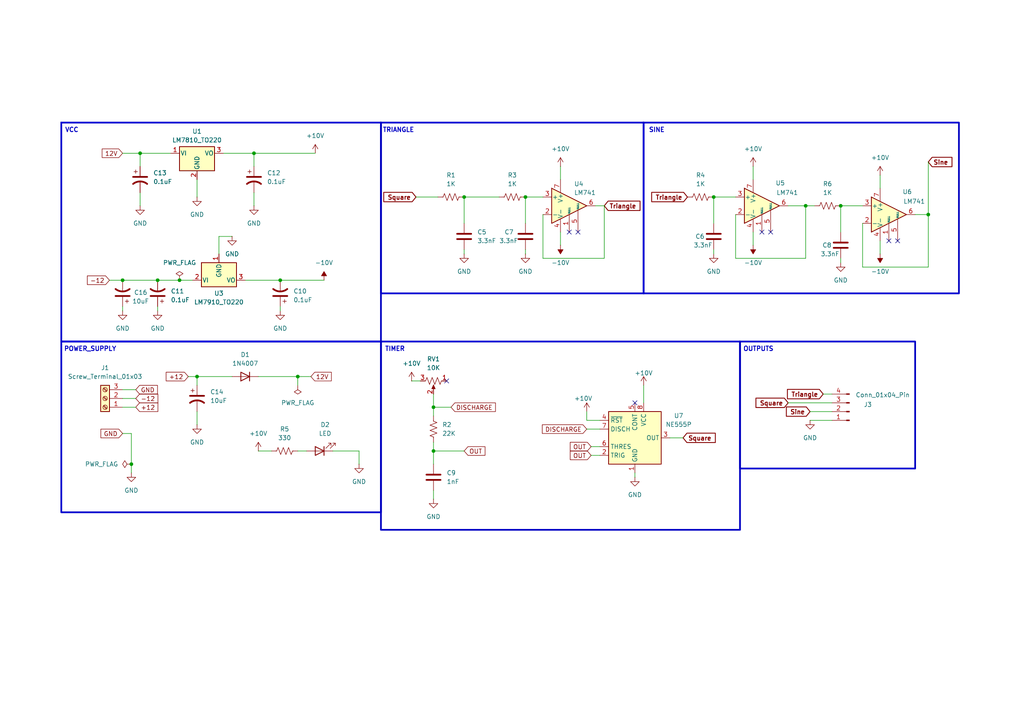
<source format=kicad_sch>
(kicad_sch
	(version 20250114)
	(generator "eeschema")
	(generator_version "9.0")
	(uuid "de70da39-d335-4571-b268-7bea546eb554")
	(paper "A4")
	(title_block
		(title "Function_Generator")
		(date "2025-07-10")
		(rev "1")
	)
	(lib_symbols
		(symbol "Amplifier_Operational:LM741"
			(pin_names
				(offset 0.127)
			)
			(exclude_from_sim no)
			(in_bom yes)
			(on_board yes)
			(property "Reference" "U"
				(at 0 6.35 0)
				(effects
					(font
						(size 1.27 1.27)
					)
					(justify left)
				)
			)
			(property "Value" "LM741"
				(at 0 3.81 0)
				(effects
					(font
						(size 1.27 1.27)
					)
					(justify left)
				)
			)
			(property "Footprint" ""
				(at 1.27 1.27 0)
				(effects
					(font
						(size 1.27 1.27)
					)
					(hide yes)
				)
			)
			(property "Datasheet" "http://www.ti.com/lit/ds/symlink/lm741.pdf"
				(at 3.81 3.81 0)
				(effects
					(font
						(size 1.27 1.27)
					)
					(hide yes)
				)
			)
			(property "Description" "Operational Amplifier, DIP-8/TO-99-8"
				(at 0 0 0)
				(effects
					(font
						(size 1.27 1.27)
					)
					(hide yes)
				)
			)
			(property "ki_keywords" "single opamp"
				(at 0 0 0)
				(effects
					(font
						(size 1.27 1.27)
					)
					(hide yes)
				)
			)
			(property "ki_fp_filters" "SOIC*3.9x4.9mm*P1.27mm* DIP*W7.62mm* TSSOP*3x3mm*P0.65mm*"
				(at 0 0 0)
				(effects
					(font
						(size 1.27 1.27)
					)
					(hide yes)
				)
			)
			(symbol "LM741_0_1"
				(polyline
					(pts
						(xy -5.08 5.08) (xy 5.08 0) (xy -5.08 -5.08) (xy -5.08 5.08)
					)
					(stroke
						(width 0.254)
						(type default)
					)
					(fill
						(type background)
					)
				)
			)
			(symbol "LM741_1_1"
				(pin input line
					(at -7.62 2.54 0)
					(length 2.54)
					(name "+"
						(effects
							(font
								(size 1.27 1.27)
							)
						)
					)
					(number "3"
						(effects
							(font
								(size 1.27 1.27)
							)
						)
					)
				)
				(pin input line
					(at -7.62 -2.54 0)
					(length 2.54)
					(name "-"
						(effects
							(font
								(size 1.27 1.27)
							)
						)
					)
					(number "2"
						(effects
							(font
								(size 1.27 1.27)
							)
						)
					)
				)
				(pin power_in line
					(at -2.54 7.62 270)
					(length 3.81)
					(name "V+"
						(effects
							(font
								(size 1.27 1.27)
							)
						)
					)
					(number "7"
						(effects
							(font
								(size 1.27 1.27)
							)
						)
					)
				)
				(pin power_in line
					(at -2.54 -7.62 90)
					(length 3.81)
					(name "V-"
						(effects
							(font
								(size 1.27 1.27)
							)
						)
					)
					(number "4"
						(effects
							(font
								(size 1.27 1.27)
							)
						)
					)
				)
				(pin no_connect line
					(at 0 2.54 270)
					(length 2.54)
					(hide yes)
					(name "NC"
						(effects
							(font
								(size 1.27 1.27)
							)
						)
					)
					(number "8"
						(effects
							(font
								(size 1.27 1.27)
							)
						)
					)
				)
				(pin input line
					(at 0 -7.62 90)
					(length 5.08)
					(name "NULL"
						(effects
							(font
								(size 0.508 0.508)
							)
						)
					)
					(number "1"
						(effects
							(font
								(size 1.27 1.27)
							)
						)
					)
				)
				(pin input line
					(at 2.54 -7.62 90)
					(length 6.35)
					(name "NULL"
						(effects
							(font
								(size 0.508 0.508)
							)
						)
					)
					(number "5"
						(effects
							(font
								(size 1.27 1.27)
							)
						)
					)
				)
				(pin output line
					(at 7.62 0 180)
					(length 2.54)
					(name "~"
						(effects
							(font
								(size 1.27 1.27)
							)
						)
					)
					(number "6"
						(effects
							(font
								(size 1.27 1.27)
							)
						)
					)
				)
			)
			(embedded_fonts no)
		)
		(symbol "Connector:Conn_01x04_Pin"
			(pin_names
				(offset 1.016)
				(hide yes)
			)
			(exclude_from_sim no)
			(in_bom yes)
			(on_board yes)
			(property "Reference" "J"
				(at 0 5.08 0)
				(effects
					(font
						(size 1.27 1.27)
					)
				)
			)
			(property "Value" "Conn_01x04_Pin"
				(at 0 -7.62 0)
				(effects
					(font
						(size 1.27 1.27)
					)
				)
			)
			(property "Footprint" ""
				(at 0 0 0)
				(effects
					(font
						(size 1.27 1.27)
					)
					(hide yes)
				)
			)
			(property "Datasheet" "~"
				(at 0 0 0)
				(effects
					(font
						(size 1.27 1.27)
					)
					(hide yes)
				)
			)
			(property "Description" "Generic connector, single row, 01x04, script generated"
				(at 0 0 0)
				(effects
					(font
						(size 1.27 1.27)
					)
					(hide yes)
				)
			)
			(property "ki_locked" ""
				(at 0 0 0)
				(effects
					(font
						(size 1.27 1.27)
					)
				)
			)
			(property "ki_keywords" "connector"
				(at 0 0 0)
				(effects
					(font
						(size 1.27 1.27)
					)
					(hide yes)
				)
			)
			(property "ki_fp_filters" "Connector*:*_1x??_*"
				(at 0 0 0)
				(effects
					(font
						(size 1.27 1.27)
					)
					(hide yes)
				)
			)
			(symbol "Conn_01x04_Pin_1_1"
				(rectangle
					(start 0.8636 2.667)
					(end 0 2.413)
					(stroke
						(width 0.1524)
						(type default)
					)
					(fill
						(type outline)
					)
				)
				(rectangle
					(start 0.8636 0.127)
					(end 0 -0.127)
					(stroke
						(width 0.1524)
						(type default)
					)
					(fill
						(type outline)
					)
				)
				(rectangle
					(start 0.8636 -2.413)
					(end 0 -2.667)
					(stroke
						(width 0.1524)
						(type default)
					)
					(fill
						(type outline)
					)
				)
				(rectangle
					(start 0.8636 -4.953)
					(end 0 -5.207)
					(stroke
						(width 0.1524)
						(type default)
					)
					(fill
						(type outline)
					)
				)
				(polyline
					(pts
						(xy 1.27 2.54) (xy 0.8636 2.54)
					)
					(stroke
						(width 0.1524)
						(type default)
					)
					(fill
						(type none)
					)
				)
				(polyline
					(pts
						(xy 1.27 0) (xy 0.8636 0)
					)
					(stroke
						(width 0.1524)
						(type default)
					)
					(fill
						(type none)
					)
				)
				(polyline
					(pts
						(xy 1.27 -2.54) (xy 0.8636 -2.54)
					)
					(stroke
						(width 0.1524)
						(type default)
					)
					(fill
						(type none)
					)
				)
				(polyline
					(pts
						(xy 1.27 -5.08) (xy 0.8636 -5.08)
					)
					(stroke
						(width 0.1524)
						(type default)
					)
					(fill
						(type none)
					)
				)
				(pin passive line
					(at 5.08 2.54 180)
					(length 3.81)
					(name "Pin_1"
						(effects
							(font
								(size 1.27 1.27)
							)
						)
					)
					(number "1"
						(effects
							(font
								(size 1.27 1.27)
							)
						)
					)
				)
				(pin passive line
					(at 5.08 0 180)
					(length 3.81)
					(name "Pin_2"
						(effects
							(font
								(size 1.27 1.27)
							)
						)
					)
					(number "2"
						(effects
							(font
								(size 1.27 1.27)
							)
						)
					)
				)
				(pin passive line
					(at 5.08 -2.54 180)
					(length 3.81)
					(name "Pin_3"
						(effects
							(font
								(size 1.27 1.27)
							)
						)
					)
					(number "3"
						(effects
							(font
								(size 1.27 1.27)
							)
						)
					)
				)
				(pin passive line
					(at 5.08 -5.08 180)
					(length 3.81)
					(name "Pin_4"
						(effects
							(font
								(size 1.27 1.27)
							)
						)
					)
					(number "4"
						(effects
							(font
								(size 1.27 1.27)
							)
						)
					)
				)
			)
			(embedded_fonts no)
		)
		(symbol "Connector:Screw_Terminal_01x03"
			(pin_names
				(offset 1.016)
				(hide yes)
			)
			(exclude_from_sim no)
			(in_bom yes)
			(on_board yes)
			(property "Reference" "J"
				(at 0 5.08 0)
				(effects
					(font
						(size 1.27 1.27)
					)
				)
			)
			(property "Value" "Screw_Terminal_01x03"
				(at 0 -5.08 0)
				(effects
					(font
						(size 1.27 1.27)
					)
				)
			)
			(property "Footprint" ""
				(at 0 0 0)
				(effects
					(font
						(size 1.27 1.27)
					)
					(hide yes)
				)
			)
			(property "Datasheet" "~"
				(at 0 0 0)
				(effects
					(font
						(size 1.27 1.27)
					)
					(hide yes)
				)
			)
			(property "Description" "Generic screw terminal, single row, 01x03, script generated (kicad-library-utils/schlib/autogen/connector/)"
				(at 0 0 0)
				(effects
					(font
						(size 1.27 1.27)
					)
					(hide yes)
				)
			)
			(property "ki_keywords" "screw terminal"
				(at 0 0 0)
				(effects
					(font
						(size 1.27 1.27)
					)
					(hide yes)
				)
			)
			(property "ki_fp_filters" "TerminalBlock*:*"
				(at 0 0 0)
				(effects
					(font
						(size 1.27 1.27)
					)
					(hide yes)
				)
			)
			(symbol "Screw_Terminal_01x03_1_1"
				(rectangle
					(start -1.27 3.81)
					(end 1.27 -3.81)
					(stroke
						(width 0.254)
						(type default)
					)
					(fill
						(type background)
					)
				)
				(polyline
					(pts
						(xy -0.5334 2.8702) (xy 0.3302 2.032)
					)
					(stroke
						(width 0.1524)
						(type default)
					)
					(fill
						(type none)
					)
				)
				(polyline
					(pts
						(xy -0.5334 0.3302) (xy 0.3302 -0.508)
					)
					(stroke
						(width 0.1524)
						(type default)
					)
					(fill
						(type none)
					)
				)
				(polyline
					(pts
						(xy -0.5334 -2.2098) (xy 0.3302 -3.048)
					)
					(stroke
						(width 0.1524)
						(type default)
					)
					(fill
						(type none)
					)
				)
				(polyline
					(pts
						(xy -0.3556 3.048) (xy 0.508 2.2098)
					)
					(stroke
						(width 0.1524)
						(type default)
					)
					(fill
						(type none)
					)
				)
				(polyline
					(pts
						(xy -0.3556 0.508) (xy 0.508 -0.3302)
					)
					(stroke
						(width 0.1524)
						(type default)
					)
					(fill
						(type none)
					)
				)
				(polyline
					(pts
						(xy -0.3556 -2.032) (xy 0.508 -2.8702)
					)
					(stroke
						(width 0.1524)
						(type default)
					)
					(fill
						(type none)
					)
				)
				(circle
					(center 0 2.54)
					(radius 0.635)
					(stroke
						(width 0.1524)
						(type default)
					)
					(fill
						(type none)
					)
				)
				(circle
					(center 0 0)
					(radius 0.635)
					(stroke
						(width 0.1524)
						(type default)
					)
					(fill
						(type none)
					)
				)
				(circle
					(center 0 -2.54)
					(radius 0.635)
					(stroke
						(width 0.1524)
						(type default)
					)
					(fill
						(type none)
					)
				)
				(pin passive line
					(at -5.08 2.54 0)
					(length 3.81)
					(name "Pin_1"
						(effects
							(font
								(size 1.27 1.27)
							)
						)
					)
					(number "1"
						(effects
							(font
								(size 1.27 1.27)
							)
						)
					)
				)
				(pin passive line
					(at -5.08 0 0)
					(length 3.81)
					(name "Pin_2"
						(effects
							(font
								(size 1.27 1.27)
							)
						)
					)
					(number "2"
						(effects
							(font
								(size 1.27 1.27)
							)
						)
					)
				)
				(pin passive line
					(at -5.08 -2.54 0)
					(length 3.81)
					(name "Pin_3"
						(effects
							(font
								(size 1.27 1.27)
							)
						)
					)
					(number "3"
						(effects
							(font
								(size 1.27 1.27)
							)
						)
					)
				)
			)
			(embedded_fonts no)
		)
		(symbol "Device:C"
			(pin_numbers
				(hide yes)
			)
			(pin_names
				(offset 0.254)
			)
			(exclude_from_sim no)
			(in_bom yes)
			(on_board yes)
			(property "Reference" "C"
				(at 0.635 2.54 0)
				(effects
					(font
						(size 1.27 1.27)
					)
					(justify left)
				)
			)
			(property "Value" "C"
				(at 0.635 -2.54 0)
				(effects
					(font
						(size 1.27 1.27)
					)
					(justify left)
				)
			)
			(property "Footprint" ""
				(at 0.9652 -3.81 0)
				(effects
					(font
						(size 1.27 1.27)
					)
					(hide yes)
				)
			)
			(property "Datasheet" "~"
				(at 0 0 0)
				(effects
					(font
						(size 1.27 1.27)
					)
					(hide yes)
				)
			)
			(property "Description" "Unpolarized capacitor"
				(at 0 0 0)
				(effects
					(font
						(size 1.27 1.27)
					)
					(hide yes)
				)
			)
			(property "ki_keywords" "cap capacitor"
				(at 0 0 0)
				(effects
					(font
						(size 1.27 1.27)
					)
					(hide yes)
				)
			)
			(property "ki_fp_filters" "C_*"
				(at 0 0 0)
				(effects
					(font
						(size 1.27 1.27)
					)
					(hide yes)
				)
			)
			(symbol "C_0_1"
				(polyline
					(pts
						(xy -2.032 0.762) (xy 2.032 0.762)
					)
					(stroke
						(width 0.508)
						(type default)
					)
					(fill
						(type none)
					)
				)
				(polyline
					(pts
						(xy -2.032 -0.762) (xy 2.032 -0.762)
					)
					(stroke
						(width 0.508)
						(type default)
					)
					(fill
						(type none)
					)
				)
			)
			(symbol "C_1_1"
				(pin passive line
					(at 0 3.81 270)
					(length 2.794)
					(name "~"
						(effects
							(font
								(size 1.27 1.27)
							)
						)
					)
					(number "1"
						(effects
							(font
								(size 1.27 1.27)
							)
						)
					)
				)
				(pin passive line
					(at 0 -3.81 90)
					(length 2.794)
					(name "~"
						(effects
							(font
								(size 1.27 1.27)
							)
						)
					)
					(number "2"
						(effects
							(font
								(size 1.27 1.27)
							)
						)
					)
				)
			)
			(embedded_fonts no)
		)
		(symbol "Device:C_Polarized_US"
			(pin_numbers
				(hide yes)
			)
			(pin_names
				(offset 0.254)
				(hide yes)
			)
			(exclude_from_sim no)
			(in_bom yes)
			(on_board yes)
			(property "Reference" "C"
				(at 0.635 2.54 0)
				(effects
					(font
						(size 1.27 1.27)
					)
					(justify left)
				)
			)
			(property "Value" "C_Polarized_US"
				(at 0.635 -2.54 0)
				(effects
					(font
						(size 1.27 1.27)
					)
					(justify left)
				)
			)
			(property "Footprint" ""
				(at 0 0 0)
				(effects
					(font
						(size 1.27 1.27)
					)
					(hide yes)
				)
			)
			(property "Datasheet" "~"
				(at 0 0 0)
				(effects
					(font
						(size 1.27 1.27)
					)
					(hide yes)
				)
			)
			(property "Description" "Polarized capacitor, US symbol"
				(at 0 0 0)
				(effects
					(font
						(size 1.27 1.27)
					)
					(hide yes)
				)
			)
			(property "ki_keywords" "cap capacitor"
				(at 0 0 0)
				(effects
					(font
						(size 1.27 1.27)
					)
					(hide yes)
				)
			)
			(property "ki_fp_filters" "CP_*"
				(at 0 0 0)
				(effects
					(font
						(size 1.27 1.27)
					)
					(hide yes)
				)
			)
			(symbol "C_Polarized_US_0_1"
				(polyline
					(pts
						(xy -2.032 0.762) (xy 2.032 0.762)
					)
					(stroke
						(width 0.508)
						(type default)
					)
					(fill
						(type none)
					)
				)
				(polyline
					(pts
						(xy -1.778 2.286) (xy -0.762 2.286)
					)
					(stroke
						(width 0)
						(type default)
					)
					(fill
						(type none)
					)
				)
				(polyline
					(pts
						(xy -1.27 1.778) (xy -1.27 2.794)
					)
					(stroke
						(width 0)
						(type default)
					)
					(fill
						(type none)
					)
				)
				(arc
					(start -2.032 -1.27)
					(mid 0 -0.5572)
					(end 2.032 -1.27)
					(stroke
						(width 0.508)
						(type default)
					)
					(fill
						(type none)
					)
				)
			)
			(symbol "C_Polarized_US_1_1"
				(pin passive line
					(at 0 3.81 270)
					(length 2.794)
					(name "~"
						(effects
							(font
								(size 1.27 1.27)
							)
						)
					)
					(number "1"
						(effects
							(font
								(size 1.27 1.27)
							)
						)
					)
				)
				(pin passive line
					(at 0 -3.81 90)
					(length 3.302)
					(name "~"
						(effects
							(font
								(size 1.27 1.27)
							)
						)
					)
					(number "2"
						(effects
							(font
								(size 1.27 1.27)
							)
						)
					)
				)
			)
			(embedded_fonts no)
		)
		(symbol "Device:D"
			(pin_numbers
				(hide yes)
			)
			(pin_names
				(offset 1.016)
				(hide yes)
			)
			(exclude_from_sim no)
			(in_bom yes)
			(on_board yes)
			(property "Reference" "D"
				(at 0 2.54 0)
				(effects
					(font
						(size 1.27 1.27)
					)
				)
			)
			(property "Value" "D"
				(at 0 -2.54 0)
				(effects
					(font
						(size 1.27 1.27)
					)
				)
			)
			(property "Footprint" ""
				(at 0 0 0)
				(effects
					(font
						(size 1.27 1.27)
					)
					(hide yes)
				)
			)
			(property "Datasheet" "~"
				(at 0 0 0)
				(effects
					(font
						(size 1.27 1.27)
					)
					(hide yes)
				)
			)
			(property "Description" "Diode"
				(at 0 0 0)
				(effects
					(font
						(size 1.27 1.27)
					)
					(hide yes)
				)
			)
			(property "Sim.Device" "D"
				(at 0 0 0)
				(effects
					(font
						(size 1.27 1.27)
					)
					(hide yes)
				)
			)
			(property "Sim.Pins" "1=K 2=A"
				(at 0 0 0)
				(effects
					(font
						(size 1.27 1.27)
					)
					(hide yes)
				)
			)
			(property "ki_keywords" "diode"
				(at 0 0 0)
				(effects
					(font
						(size 1.27 1.27)
					)
					(hide yes)
				)
			)
			(property "ki_fp_filters" "TO-???* *_Diode_* *SingleDiode* D_*"
				(at 0 0 0)
				(effects
					(font
						(size 1.27 1.27)
					)
					(hide yes)
				)
			)
			(symbol "D_0_1"
				(polyline
					(pts
						(xy -1.27 1.27) (xy -1.27 -1.27)
					)
					(stroke
						(width 0.254)
						(type default)
					)
					(fill
						(type none)
					)
				)
				(polyline
					(pts
						(xy 1.27 1.27) (xy 1.27 -1.27) (xy -1.27 0) (xy 1.27 1.27)
					)
					(stroke
						(width 0.254)
						(type default)
					)
					(fill
						(type none)
					)
				)
				(polyline
					(pts
						(xy 1.27 0) (xy -1.27 0)
					)
					(stroke
						(width 0)
						(type default)
					)
					(fill
						(type none)
					)
				)
			)
			(symbol "D_1_1"
				(pin passive line
					(at -3.81 0 0)
					(length 2.54)
					(name "K"
						(effects
							(font
								(size 1.27 1.27)
							)
						)
					)
					(number "1"
						(effects
							(font
								(size 1.27 1.27)
							)
						)
					)
				)
				(pin passive line
					(at 3.81 0 180)
					(length 2.54)
					(name "A"
						(effects
							(font
								(size 1.27 1.27)
							)
						)
					)
					(number "2"
						(effects
							(font
								(size 1.27 1.27)
							)
						)
					)
				)
			)
			(embedded_fonts no)
		)
		(symbol "Device:LED"
			(pin_numbers
				(hide yes)
			)
			(pin_names
				(offset 1.016)
				(hide yes)
			)
			(exclude_from_sim no)
			(in_bom yes)
			(on_board yes)
			(property "Reference" "D"
				(at 0 2.54 0)
				(effects
					(font
						(size 1.27 1.27)
					)
				)
			)
			(property "Value" "LED"
				(at 0 -2.54 0)
				(effects
					(font
						(size 1.27 1.27)
					)
				)
			)
			(property "Footprint" ""
				(at 0 0 0)
				(effects
					(font
						(size 1.27 1.27)
					)
					(hide yes)
				)
			)
			(property "Datasheet" "~"
				(at 0 0 0)
				(effects
					(font
						(size 1.27 1.27)
					)
					(hide yes)
				)
			)
			(property "Description" "Light emitting diode"
				(at 0 0 0)
				(effects
					(font
						(size 1.27 1.27)
					)
					(hide yes)
				)
			)
			(property "Sim.Pins" "1=K 2=A"
				(at 0 0 0)
				(effects
					(font
						(size 1.27 1.27)
					)
					(hide yes)
				)
			)
			(property "ki_keywords" "LED diode"
				(at 0 0 0)
				(effects
					(font
						(size 1.27 1.27)
					)
					(hide yes)
				)
			)
			(property "ki_fp_filters" "LED* LED_SMD:* LED_THT:*"
				(at 0 0 0)
				(effects
					(font
						(size 1.27 1.27)
					)
					(hide yes)
				)
			)
			(symbol "LED_0_1"
				(polyline
					(pts
						(xy -3.048 -0.762) (xy -4.572 -2.286) (xy -3.81 -2.286) (xy -4.572 -2.286) (xy -4.572 -1.524)
					)
					(stroke
						(width 0)
						(type default)
					)
					(fill
						(type none)
					)
				)
				(polyline
					(pts
						(xy -1.778 -0.762) (xy -3.302 -2.286) (xy -2.54 -2.286) (xy -3.302 -2.286) (xy -3.302 -1.524)
					)
					(stroke
						(width 0)
						(type default)
					)
					(fill
						(type none)
					)
				)
				(polyline
					(pts
						(xy -1.27 0) (xy 1.27 0)
					)
					(stroke
						(width 0)
						(type default)
					)
					(fill
						(type none)
					)
				)
				(polyline
					(pts
						(xy -1.27 -1.27) (xy -1.27 1.27)
					)
					(stroke
						(width 0.254)
						(type default)
					)
					(fill
						(type none)
					)
				)
				(polyline
					(pts
						(xy 1.27 -1.27) (xy 1.27 1.27) (xy -1.27 0) (xy 1.27 -1.27)
					)
					(stroke
						(width 0.254)
						(type default)
					)
					(fill
						(type none)
					)
				)
			)
			(symbol "LED_1_1"
				(pin passive line
					(at -3.81 0 0)
					(length 2.54)
					(name "K"
						(effects
							(font
								(size 1.27 1.27)
							)
						)
					)
					(number "1"
						(effects
							(font
								(size 1.27 1.27)
							)
						)
					)
				)
				(pin passive line
					(at 3.81 0 180)
					(length 2.54)
					(name "A"
						(effects
							(font
								(size 1.27 1.27)
							)
						)
					)
					(number "2"
						(effects
							(font
								(size 1.27 1.27)
							)
						)
					)
				)
			)
			(embedded_fonts no)
		)
		(symbol "Device:R_Potentiometer_US"
			(pin_names
				(offset 1.016)
				(hide yes)
			)
			(exclude_from_sim no)
			(in_bom yes)
			(on_board yes)
			(property "Reference" "RV"
				(at -4.445 0 90)
				(effects
					(font
						(size 1.27 1.27)
					)
				)
			)
			(property "Value" "R_Potentiometer_US"
				(at -2.54 0 90)
				(effects
					(font
						(size 1.27 1.27)
					)
				)
			)
			(property "Footprint" ""
				(at 0 0 0)
				(effects
					(font
						(size 1.27 1.27)
					)
					(hide yes)
				)
			)
			(property "Datasheet" "~"
				(at 0 0 0)
				(effects
					(font
						(size 1.27 1.27)
					)
					(hide yes)
				)
			)
			(property "Description" "Potentiometer, US symbol"
				(at 0 0 0)
				(effects
					(font
						(size 1.27 1.27)
					)
					(hide yes)
				)
			)
			(property "ki_keywords" "resistor variable"
				(at 0 0 0)
				(effects
					(font
						(size 1.27 1.27)
					)
					(hide yes)
				)
			)
			(property "ki_fp_filters" "Potentiometer*"
				(at 0 0 0)
				(effects
					(font
						(size 1.27 1.27)
					)
					(hide yes)
				)
			)
			(symbol "R_Potentiometer_US_0_1"
				(polyline
					(pts
						(xy 0 2.54) (xy 0 2.286)
					)
					(stroke
						(width 0)
						(type default)
					)
					(fill
						(type none)
					)
				)
				(polyline
					(pts
						(xy 0 2.286) (xy 1.016 1.905) (xy 0 1.524) (xy -1.016 1.143) (xy 0 0.762)
					)
					(stroke
						(width 0)
						(type default)
					)
					(fill
						(type none)
					)
				)
				(polyline
					(pts
						(xy 0 0.762) (xy 1.016 0.381) (xy 0 0) (xy -1.016 -0.381) (xy 0 -0.762)
					)
					(stroke
						(width 0)
						(type default)
					)
					(fill
						(type none)
					)
				)
				(polyline
					(pts
						(xy 0 -0.762) (xy 1.016 -1.143) (xy 0 -1.524) (xy -1.016 -1.905) (xy 0 -2.286)
					)
					(stroke
						(width 0)
						(type default)
					)
					(fill
						(type none)
					)
				)
				(polyline
					(pts
						(xy 0 -2.286) (xy 0 -2.54)
					)
					(stroke
						(width 0)
						(type default)
					)
					(fill
						(type none)
					)
				)
				(polyline
					(pts
						(xy 1.143 0) (xy 2.286 0.508) (xy 2.286 -0.508) (xy 1.143 0)
					)
					(stroke
						(width 0)
						(type default)
					)
					(fill
						(type outline)
					)
				)
				(polyline
					(pts
						(xy 2.54 0) (xy 1.524 0)
					)
					(stroke
						(width 0)
						(type default)
					)
					(fill
						(type none)
					)
				)
			)
			(symbol "R_Potentiometer_US_1_1"
				(pin passive line
					(at 0 3.81 270)
					(length 1.27)
					(name "1"
						(effects
							(font
								(size 1.27 1.27)
							)
						)
					)
					(number "1"
						(effects
							(font
								(size 1.27 1.27)
							)
						)
					)
				)
				(pin passive line
					(at 0 -3.81 90)
					(length 1.27)
					(name "3"
						(effects
							(font
								(size 1.27 1.27)
							)
						)
					)
					(number "3"
						(effects
							(font
								(size 1.27 1.27)
							)
						)
					)
				)
				(pin passive line
					(at 3.81 0 180)
					(length 1.27)
					(name "2"
						(effects
							(font
								(size 1.27 1.27)
							)
						)
					)
					(number "2"
						(effects
							(font
								(size 1.27 1.27)
							)
						)
					)
				)
			)
			(embedded_fonts no)
		)
		(symbol "Device:R_US"
			(pin_numbers
				(hide yes)
			)
			(pin_names
				(offset 0)
			)
			(exclude_from_sim no)
			(in_bom yes)
			(on_board yes)
			(property "Reference" "R"
				(at 2.54 0 90)
				(effects
					(font
						(size 1.27 1.27)
					)
				)
			)
			(property "Value" "R_US"
				(at -2.54 0 90)
				(effects
					(font
						(size 1.27 1.27)
					)
				)
			)
			(property "Footprint" ""
				(at 1.016 -0.254 90)
				(effects
					(font
						(size 1.27 1.27)
					)
					(hide yes)
				)
			)
			(property "Datasheet" "~"
				(at 0 0 0)
				(effects
					(font
						(size 1.27 1.27)
					)
					(hide yes)
				)
			)
			(property "Description" "Resistor, US symbol"
				(at 0 0 0)
				(effects
					(font
						(size 1.27 1.27)
					)
					(hide yes)
				)
			)
			(property "ki_keywords" "R res resistor"
				(at 0 0 0)
				(effects
					(font
						(size 1.27 1.27)
					)
					(hide yes)
				)
			)
			(property "ki_fp_filters" "R_*"
				(at 0 0 0)
				(effects
					(font
						(size 1.27 1.27)
					)
					(hide yes)
				)
			)
			(symbol "R_US_0_1"
				(polyline
					(pts
						(xy 0 2.286) (xy 0 2.54)
					)
					(stroke
						(width 0)
						(type default)
					)
					(fill
						(type none)
					)
				)
				(polyline
					(pts
						(xy 0 2.286) (xy 1.016 1.905) (xy 0 1.524) (xy -1.016 1.143) (xy 0 0.762)
					)
					(stroke
						(width 0)
						(type default)
					)
					(fill
						(type none)
					)
				)
				(polyline
					(pts
						(xy 0 0.762) (xy 1.016 0.381) (xy 0 0) (xy -1.016 -0.381) (xy 0 -0.762)
					)
					(stroke
						(width 0)
						(type default)
					)
					(fill
						(type none)
					)
				)
				(polyline
					(pts
						(xy 0 -0.762) (xy 1.016 -1.143) (xy 0 -1.524) (xy -1.016 -1.905) (xy 0 -2.286)
					)
					(stroke
						(width 0)
						(type default)
					)
					(fill
						(type none)
					)
				)
				(polyline
					(pts
						(xy 0 -2.286) (xy 0 -2.54)
					)
					(stroke
						(width 0)
						(type default)
					)
					(fill
						(type none)
					)
				)
			)
			(symbol "R_US_1_1"
				(pin passive line
					(at 0 3.81 270)
					(length 1.27)
					(name "~"
						(effects
							(font
								(size 1.27 1.27)
							)
						)
					)
					(number "1"
						(effects
							(font
								(size 1.27 1.27)
							)
						)
					)
				)
				(pin passive line
					(at 0 -3.81 90)
					(length 1.27)
					(name "~"
						(effects
							(font
								(size 1.27 1.27)
							)
						)
					)
					(number "2"
						(effects
							(font
								(size 1.27 1.27)
							)
						)
					)
				)
			)
			(embedded_fonts no)
		)
		(symbol "NE555P_1"
			(exclude_from_sim no)
			(in_bom yes)
			(on_board yes)
			(property "Reference" "U"
				(at -10.16 8.89 0)
				(effects
					(font
						(size 1.27 1.27)
					)
					(justify left)
				)
			)
			(property "Value" "NE555P"
				(at 2.54 8.89 0)
				(effects
					(font
						(size 1.27 1.27)
					)
					(justify left)
				)
			)
			(property "Footprint" "Package_DIP:DIP-8_W7.62mm"
				(at 0 -24.13 0)
				(effects
					(font
						(size 1.27 1.27)
					)
					(hide yes)
				)
			)
			(property "Datasheet" "http://www.ti.com/lit/ds/symlink/ne555.pdf"
				(at 0 -26.67 0)
				(effects
					(font
						(size 1.27 1.27)
					)
					(hide yes)
				)
			)
			(property "Description" "Precision Timers, 555 compatible, PDIP-8"
				(at 0 -21.59 0)
				(effects
					(font
						(size 1.27 1.27)
					)
					(hide yes)
				)
			)
			(property "ki_keywords" "single timer 555"
				(at 0 0 0)
				(effects
					(font
						(size 1.27 1.27)
					)
					(hide yes)
				)
			)
			(property "ki_fp_filters" "DIP*W7.62mm*"
				(at 0 0 0)
				(effects
					(font
						(size 1.27 1.27)
					)
					(hide yes)
				)
			)
			(symbol "NE555P_1_0_0"
				(pin power_in line
					(at 0 -10.16 90)
					(length 2.54)
					(name "GND"
						(effects
							(font
								(size 1.27 1.27)
							)
						)
					)
					(number "1"
						(effects
							(font
								(size 1.27 1.27)
							)
						)
					)
				)
				(pin power_in line
					(at 2.54 10.16 270)
					(length 2.54)
					(name "VCC"
						(effects
							(font
								(size 1.27 1.27)
							)
						)
					)
					(number "8"
						(effects
							(font
								(size 1.27 1.27)
							)
						)
					)
				)
			)
			(symbol "NE555P_1_0_1"
				(rectangle
					(start -7.62 7.62)
					(end 7.62 -7.62)
					(stroke
						(width 0.254)
						(type default)
					)
					(fill
						(type background)
					)
				)
			)
			(symbol "NE555P_1_1_1"
				(pin input line
					(at -10.16 5.08 0)
					(length 2.54)
					(name "~{RST}"
						(effects
							(font
								(size 1.27 1.27)
							)
						)
					)
					(number "4"
						(effects
							(font
								(size 1.27 1.27)
							)
						)
					)
				)
				(pin input line
					(at -10.16 2.54 0)
					(length 2.54)
					(name "DISCH"
						(effects
							(font
								(size 1.27 1.27)
							)
						)
					)
					(number "7"
						(effects
							(font
								(size 1.27 1.27)
							)
						)
					)
				)
				(pin input line
					(at -10.16 -2.54 0)
					(length 2.54)
					(name "THRES"
						(effects
							(font
								(size 1.27 1.27)
							)
						)
					)
					(number "6"
						(effects
							(font
								(size 1.27 1.27)
							)
						)
					)
				)
				(pin input line
					(at -10.16 -5.08 0)
					(length 2.54)
					(name "TRIG"
						(effects
							(font
								(size 1.27 1.27)
							)
						)
					)
					(number "2"
						(effects
							(font
								(size 1.27 1.27)
							)
						)
					)
				)
				(pin open_collector line
					(at 0 10.16 270)
					(length 2.54)
					(name "CONT"
						(effects
							(font
								(size 1.27 1.27)
							)
						)
					)
					(number "5"
						(effects
							(font
								(size 1.27 1.27)
							)
						)
					)
				)
				(pin output line
					(at 10.16 0 180)
					(length 2.54)
					(name "OUT"
						(effects
							(font
								(size 1.27 1.27)
							)
						)
					)
					(number "3"
						(effects
							(font
								(size 1.27 1.27)
							)
						)
					)
				)
			)
			(embedded_fonts no)
		)
		(symbol "Regulator_Linear:LM7810_TO220"
			(pin_names
				(offset 0.254)
			)
			(exclude_from_sim no)
			(in_bom yes)
			(on_board yes)
			(property "Reference" "U"
				(at -3.81 3.175 0)
				(effects
					(font
						(size 1.27 1.27)
					)
				)
			)
			(property "Value" "LM7810_TO220"
				(at 0 3.175 0)
				(effects
					(font
						(size 1.27 1.27)
					)
					(justify left)
				)
			)
			(property "Footprint" "Package_TO_SOT_THT:TO-220-3_Vertical"
				(at 0 5.715 0)
				(effects
					(font
						(size 1.27 1.27)
						(italic yes)
					)
					(hide yes)
				)
			)
			(property "Datasheet" "https://www.onsemi.cn/PowerSolutions/document/MC7800-D.PDF"
				(at 0 -1.27 0)
				(effects
					(font
						(size 1.27 1.27)
					)
					(hide yes)
				)
			)
			(property "Description" "Positive 1A 35V Linear Regulator, Fixed Output 10V, TO-220"
				(at 0 0 0)
				(effects
					(font
						(size 1.27 1.27)
					)
					(hide yes)
				)
			)
			(property "ki_keywords" "Voltage Regulator 1A Positive"
				(at 0 0 0)
				(effects
					(font
						(size 1.27 1.27)
					)
					(hide yes)
				)
			)
			(property "ki_fp_filters" "TO?220*"
				(at 0 0 0)
				(effects
					(font
						(size 1.27 1.27)
					)
					(hide yes)
				)
			)
			(symbol "LM7810_TO220_0_1"
				(rectangle
					(start -5.08 1.905)
					(end 5.08 -5.08)
					(stroke
						(width 0.254)
						(type default)
					)
					(fill
						(type background)
					)
				)
			)
			(symbol "LM7810_TO220_1_1"
				(pin power_in line
					(at -7.62 0 0)
					(length 2.54)
					(name "VI"
						(effects
							(font
								(size 1.27 1.27)
							)
						)
					)
					(number "1"
						(effects
							(font
								(size 1.27 1.27)
							)
						)
					)
				)
				(pin power_in line
					(at 0 -7.62 90)
					(length 2.54)
					(name "GND"
						(effects
							(font
								(size 1.27 1.27)
							)
						)
					)
					(number "2"
						(effects
							(font
								(size 1.27 1.27)
							)
						)
					)
				)
				(pin power_out line
					(at 7.62 0 180)
					(length 2.54)
					(name "VO"
						(effects
							(font
								(size 1.27 1.27)
							)
						)
					)
					(number "3"
						(effects
							(font
								(size 1.27 1.27)
							)
						)
					)
				)
			)
			(embedded_fonts no)
		)
		(symbol "Regulator_Linear:LM7910_TO220"
			(pin_names
				(offset 0.254)
			)
			(exclude_from_sim no)
			(in_bom yes)
			(on_board yes)
			(property "Reference" "U"
				(at -3.81 -3.175 0)
				(effects
					(font
						(size 1.27 1.27)
					)
				)
			)
			(property "Value" "LM7910_TO220"
				(at 0 -3.175 0)
				(effects
					(font
						(size 1.27 1.27)
					)
					(justify left)
				)
			)
			(property "Footprint" "Package_TO_SOT_THT:TO-220-3_Vertical"
				(at 0 -5.08 0)
				(effects
					(font
						(size 1.27 1.27)
						(italic yes)
					)
					(hide yes)
				)
			)
			(property "Datasheet" "https://www.onsemi.com/pub/Collateral/MC7900-D.PDF"
				(at 0 0 0)
				(effects
					(font
						(size 1.27 1.27)
					)
					(hide yes)
				)
			)
			(property "Description" "Negative 1A 35V Linear Regulator, Fixed Output 10V, TO-220"
				(at 0 0 0)
				(effects
					(font
						(size 1.27 1.27)
					)
					(hide yes)
				)
			)
			(property "ki_keywords" "Voltage Regulator 1A Negative"
				(at 0 0 0)
				(effects
					(font
						(size 1.27 1.27)
					)
					(hide yes)
				)
			)
			(property "ki_fp_filters" "TO?220*"
				(at 0 0 0)
				(effects
					(font
						(size 1.27 1.27)
					)
					(hide yes)
				)
			)
			(symbol "LM7910_TO220_0_1"
				(rectangle
					(start -5.08 5.08)
					(end 5.08 -1.905)
					(stroke
						(width 0.254)
						(type default)
					)
					(fill
						(type background)
					)
				)
			)
			(symbol "LM7910_TO220_1_1"
				(pin power_in line
					(at -7.62 0 0)
					(length 2.54)
					(name "VI"
						(effects
							(font
								(size 1.27 1.27)
							)
						)
					)
					(number "2"
						(effects
							(font
								(size 1.27 1.27)
							)
						)
					)
				)
				(pin power_in line
					(at 0 7.62 270)
					(length 2.54)
					(name "GND"
						(effects
							(font
								(size 1.27 1.27)
							)
						)
					)
					(number "1"
						(effects
							(font
								(size 1.27 1.27)
							)
						)
					)
				)
				(pin power_out line
					(at 7.62 0 180)
					(length 2.54)
					(name "VO"
						(effects
							(font
								(size 1.27 1.27)
							)
						)
					)
					(number "3"
						(effects
							(font
								(size 1.27 1.27)
							)
						)
					)
				)
			)
			(embedded_fonts no)
		)
		(symbol "power:+10V"
			(power)
			(pin_numbers
				(hide yes)
			)
			(pin_names
				(offset 0)
				(hide yes)
			)
			(exclude_from_sim no)
			(in_bom yes)
			(on_board yes)
			(property "Reference" "#PWR"
				(at 0 -3.81 0)
				(effects
					(font
						(size 1.27 1.27)
					)
					(hide yes)
				)
			)
			(property "Value" "+10V"
				(at 0 3.556 0)
				(effects
					(font
						(size 1.27 1.27)
					)
				)
			)
			(property "Footprint" ""
				(at 0 0 0)
				(effects
					(font
						(size 1.27 1.27)
					)
					(hide yes)
				)
			)
			(property "Datasheet" ""
				(at 0 0 0)
				(effects
					(font
						(size 1.27 1.27)
					)
					(hide yes)
				)
			)
			(property "Description" "Power symbol creates a global label with name \"+10V\""
				(at 0 0 0)
				(effects
					(font
						(size 1.27 1.27)
					)
					(hide yes)
				)
			)
			(property "ki_keywords" "global power"
				(at 0 0 0)
				(effects
					(font
						(size 1.27 1.27)
					)
					(hide yes)
				)
			)
			(symbol "+10V_0_1"
				(polyline
					(pts
						(xy -0.762 1.27) (xy 0 2.54)
					)
					(stroke
						(width 0)
						(type default)
					)
					(fill
						(type none)
					)
				)
				(polyline
					(pts
						(xy 0 2.54) (xy 0.762 1.27)
					)
					(stroke
						(width 0)
						(type default)
					)
					(fill
						(type none)
					)
				)
				(polyline
					(pts
						(xy 0 0) (xy 0 2.54)
					)
					(stroke
						(width 0)
						(type default)
					)
					(fill
						(type none)
					)
				)
			)
			(symbol "+10V_1_1"
				(pin power_in line
					(at 0 0 90)
					(length 0)
					(name "~"
						(effects
							(font
								(size 1.27 1.27)
							)
						)
					)
					(number "1"
						(effects
							(font
								(size 1.27 1.27)
							)
						)
					)
				)
			)
			(embedded_fonts no)
		)
		(symbol "power:-10V"
			(power)
			(pin_numbers
				(hide yes)
			)
			(pin_names
				(offset 0)
				(hide yes)
			)
			(exclude_from_sim no)
			(in_bom yes)
			(on_board yes)
			(property "Reference" "#PWR"
				(at 0 -3.81 0)
				(effects
					(font
						(size 1.27 1.27)
					)
					(hide yes)
				)
			)
			(property "Value" "-10V"
				(at 0 3.556 0)
				(effects
					(font
						(size 1.27 1.27)
					)
				)
			)
			(property "Footprint" ""
				(at 0 0 0)
				(effects
					(font
						(size 1.27 1.27)
					)
					(hide yes)
				)
			)
			(property "Datasheet" ""
				(at 0 0 0)
				(effects
					(font
						(size 1.27 1.27)
					)
					(hide yes)
				)
			)
			(property "Description" "Power symbol creates a global label with name \"-10V\""
				(at 0 0 0)
				(effects
					(font
						(size 1.27 1.27)
					)
					(hide yes)
				)
			)
			(property "ki_keywords" "global power"
				(at 0 0 0)
				(effects
					(font
						(size 1.27 1.27)
					)
					(hide yes)
				)
			)
			(symbol "-10V_0_0"
				(pin power_in line
					(at 0 0 90)
					(length 0)
					(name "~"
						(effects
							(font
								(size 1.27 1.27)
							)
						)
					)
					(number "1"
						(effects
							(font
								(size 1.27 1.27)
							)
						)
					)
				)
			)
			(symbol "-10V_0_1"
				(polyline
					(pts
						(xy 0 0) (xy 0 1.27) (xy 0.762 1.27) (xy 0 2.54) (xy -0.762 1.27) (xy 0 1.27)
					)
					(stroke
						(width 0)
						(type default)
					)
					(fill
						(type outline)
					)
				)
			)
			(embedded_fonts no)
		)
		(symbol "power:GND"
			(power)
			(pin_numbers
				(hide yes)
			)
			(pin_names
				(offset 0)
				(hide yes)
			)
			(exclude_from_sim no)
			(in_bom yes)
			(on_board yes)
			(property "Reference" "#PWR"
				(at 0 -6.35 0)
				(effects
					(font
						(size 1.27 1.27)
					)
					(hide yes)
				)
			)
			(property "Value" "GND"
				(at 0 -3.81 0)
				(effects
					(font
						(size 1.27 1.27)
					)
				)
			)
			(property "Footprint" ""
				(at 0 0 0)
				(effects
					(font
						(size 1.27 1.27)
					)
					(hide yes)
				)
			)
			(property "Datasheet" ""
				(at 0 0 0)
				(effects
					(font
						(size 1.27 1.27)
					)
					(hide yes)
				)
			)
			(property "Description" "Power symbol creates a global label with name \"GND\" , ground"
				(at 0 0 0)
				(effects
					(font
						(size 1.27 1.27)
					)
					(hide yes)
				)
			)
			(property "ki_keywords" "global power"
				(at 0 0 0)
				(effects
					(font
						(size 1.27 1.27)
					)
					(hide yes)
				)
			)
			(symbol "GND_0_1"
				(polyline
					(pts
						(xy 0 0) (xy 0 -1.27) (xy 1.27 -1.27) (xy 0 -2.54) (xy -1.27 -1.27) (xy 0 -1.27)
					)
					(stroke
						(width 0)
						(type default)
					)
					(fill
						(type none)
					)
				)
			)
			(symbol "GND_1_1"
				(pin power_in line
					(at 0 0 270)
					(length 0)
					(name "~"
						(effects
							(font
								(size 1.27 1.27)
							)
						)
					)
					(number "1"
						(effects
							(font
								(size 1.27 1.27)
							)
						)
					)
				)
			)
			(embedded_fonts no)
		)
		(symbol "power:PWR_FLAG"
			(power)
			(pin_numbers
				(hide yes)
			)
			(pin_names
				(offset 0)
				(hide yes)
			)
			(exclude_from_sim no)
			(in_bom yes)
			(on_board yes)
			(property "Reference" "#FLG"
				(at 0 1.905 0)
				(effects
					(font
						(size 1.27 1.27)
					)
					(hide yes)
				)
			)
			(property "Value" "PWR_FLAG"
				(at 0 3.81 0)
				(effects
					(font
						(size 1.27 1.27)
					)
				)
			)
			(property "Footprint" ""
				(at 0 0 0)
				(effects
					(font
						(size 1.27 1.27)
					)
					(hide yes)
				)
			)
			(property "Datasheet" "~"
				(at 0 0 0)
				(effects
					(font
						(size 1.27 1.27)
					)
					(hide yes)
				)
			)
			(property "Description" "Special symbol for telling ERC where power comes from"
				(at 0 0 0)
				(effects
					(font
						(size 1.27 1.27)
					)
					(hide yes)
				)
			)
			(property "ki_keywords" "flag power"
				(at 0 0 0)
				(effects
					(font
						(size 1.27 1.27)
					)
					(hide yes)
				)
			)
			(symbol "PWR_FLAG_0_0"
				(pin power_out line
					(at 0 0 90)
					(length 0)
					(name "~"
						(effects
							(font
								(size 1.27 1.27)
							)
						)
					)
					(number "1"
						(effects
							(font
								(size 1.27 1.27)
							)
						)
					)
				)
			)
			(symbol "PWR_FLAG_0_1"
				(polyline
					(pts
						(xy 0 0) (xy 0 1.27) (xy -1.016 1.905) (xy 0 2.54) (xy 1.016 1.905) (xy 0 1.27)
					)
					(stroke
						(width 0)
						(type default)
					)
					(fill
						(type none)
					)
				)
			)
			(embedded_fonts no)
		)
	)
	(rectangle
		(start 17.78 99.06)
		(end 110.49 148.59)
		(stroke
			(width 0.5)
			(type solid)
		)
		(fill
			(type none)
		)
		(uuid 04e1b168-b023-4555-85c4-68e0ff0d31a7)
	)
	(rectangle
		(start 214.63 99.06)
		(end 265.43 135.89)
		(stroke
			(width 0.5)
			(type solid)
		)
		(fill
			(type none)
		)
		(uuid 04f78681-ca4c-40dc-b834-14e18e74ed20)
	)
	(rectangle
		(start 17.78 35.56)
		(end 110.49 99.06)
		(stroke
			(width 0.5)
			(type solid)
		)
		(fill
			(type none)
		)
		(uuid 2eede793-69b6-4d52-a0b3-5e243cb188e4)
	)
	(rectangle
		(start 110.49 99.06)
		(end 214.63 153.67)
		(stroke
			(width 0.5)
			(type solid)
		)
		(fill
			(type none)
		)
		(uuid 34ee732a-c25d-46c0-b3fe-8d6dd0079032)
	)
	(rectangle
		(start 186.69 35.56)
		(end 278.13 85.09)
		(stroke
			(width 0.5)
			(type solid)
		)
		(fill
			(type none)
		)
		(uuid 4a35dd42-a9ab-4e85-9cbb-7e73a5dd5a4a)
	)
	(rectangle
		(start 110.49 35.56)
		(end 186.69 85.09)
		(stroke
			(width 0.5)
			(type solid)
		)
		(fill
			(type none)
		)
		(uuid 71af5dcb-3a08-4776-9bf8-646c167843f0)
	)
	(text "TRIANGLE"
		(exclude_from_sim no)
		(at 115.57 37.846 0)
		(effects
			(font
				(size 1.3 1.3)
				(thickness 0.254)
				(bold yes)
			)
		)
		(uuid "084309ef-2dc0-402d-890d-328058858d3d")
	)
	(text "POWER_SUPPLY"
		(exclude_from_sim no)
		(at 26.162 101.346 0)
		(effects
			(font
				(size 1.3 1.3)
				(thickness 0.254)
				(bold yes)
			)
		)
		(uuid "982bae70-5a2e-4699-b8ef-25703a4ddacd")
	)
	(text "TIMER"
		(exclude_from_sim no)
		(at 114.554 101.346 0)
		(effects
			(font
				(size 1.3 1.3)
				(thickness 0.254)
				(bold yes)
			)
		)
		(uuid "b322a5f7-bf51-4ca5-b50a-0b5e3f6717e1")
	)
	(text "VCC"
		(exclude_from_sim no)
		(at 20.828 37.846 0)
		(effects
			(font
				(size 1.3 1.3)
				(thickness 0.254)
				(bold yes)
			)
		)
		(uuid "b426c846-a41d-4829-8d4f-53abdc273e33")
	)
	(text "OUTPUTS"
		(exclude_from_sim no)
		(at 219.964 101.346 0)
		(effects
			(font
				(size 1.3 1.3)
				(thickness 0.254)
				(bold yes)
			)
		)
		(uuid "c1bee162-d974-47eb-a3fe-bbe8de80b7ec")
	)
	(text "SINE"
		(exclude_from_sim no)
		(at 190.5 37.846 0)
		(effects
			(font
				(size 1.3 1.3)
				(thickness 0.254)
				(bold yes)
			)
		)
		(uuid "cdeff102-335f-44d4-95aa-7c2c669c3b06")
	)
	(junction
		(at 233.68 59.69)
		(diameter 0)
		(color 0 0 0 0)
		(uuid "026a2335-ca61-45ed-8d79-61b63aace135")
	)
	(junction
		(at 40.64 44.45)
		(diameter 0)
		(color 0 0 0 0)
		(uuid "13ef3b29-c7d7-4d66-8ba6-20ded97dbec5")
	)
	(junction
		(at 45.72 81.28)
		(diameter 0)
		(color 0 0 0 0)
		(uuid "1e4bd0ad-4b7c-4839-a428-8ff3ecc14802")
	)
	(junction
		(at 52.07 81.28)
		(diameter 0)
		(color 0 0 0 0)
		(uuid "247d952b-d1bc-48a9-bd62-6035b395b678")
	)
	(junction
		(at 86.36 109.22)
		(diameter 0)
		(color 0 0 0 0)
		(uuid "25313691-66e3-4e02-be4b-16b3e9165b48")
	)
	(junction
		(at 243.84 59.69)
		(diameter 0)
		(color 0 0 0 0)
		(uuid "2ae6dc9b-07aa-4749-bb0c-eccf65e073de")
	)
	(junction
		(at 125.73 118.11)
		(diameter 0)
		(color 0 0 0 0)
		(uuid "34a83577-a5d4-4682-9b25-e9db1847617a")
	)
	(junction
		(at 134.62 57.15)
		(diameter 0)
		(color 0 0 0 0)
		(uuid "43c6ea1a-f472-4f39-8e07-48b2d87ef778")
	)
	(junction
		(at 73.66 44.45)
		(diameter 0)
		(color 0 0 0 0)
		(uuid "6e8cd2e9-a357-4a5d-b0df-fb368b56a678")
	)
	(junction
		(at 35.56 81.28)
		(diameter 0)
		(color 0 0 0 0)
		(uuid "76e5b7a2-aec8-4986-81f9-ab3753391c18")
	)
	(junction
		(at 38.1 134.62)
		(diameter 0)
		(color 0 0 0 0)
		(uuid "7c3b5615-ef52-4957-be36-878811d18aa2")
	)
	(junction
		(at 207.01 57.15)
		(diameter 0)
		(color 0 0 0 0)
		(uuid "81973303-015c-466f-bd67-2e107eca4634")
	)
	(junction
		(at 57.15 109.22)
		(diameter 0)
		(color 0 0 0 0)
		(uuid "88779293-a7fe-465c-9398-a292cca5851b")
	)
	(junction
		(at 81.28 81.28)
		(diameter 0)
		(color 0 0 0 0)
		(uuid "95b5465a-1bb9-460e-be47-7172b506769e")
	)
	(junction
		(at 152.4 57.15)
		(diameter 0)
		(color 0 0 0 0)
		(uuid "9f01f910-a944-4159-8b70-60f07b816727")
	)
	(junction
		(at 125.73 130.81)
		(diameter 0)
		(color 0 0 0 0)
		(uuid "b73d6fa4-682d-48a2-8f20-6fbe89b2d60b")
	)
	(junction
		(at 269.24 62.23)
		(diameter 0)
		(color 0 0 0 0)
		(uuid "d8e5e25b-4f5b-482d-bf11-27497ecc7f36")
	)
	(no_connect
		(at 129.54 110.49)
		(uuid "347d3bce-92b7-4177-996b-4d1f31a31c64")
	)
	(no_connect
		(at 223.52 67.31)
		(uuid "3d6069f4-bf0a-4dfe-81bc-3c73ae212601")
	)
	(no_connect
		(at 257.81 69.85)
		(uuid "6b7c025d-080f-4754-b024-4326de7a99c1")
	)
	(no_connect
		(at 184.15 116.84)
		(uuid "a9bb503c-1f0e-4851-afc6-e8a0719db191")
	)
	(no_connect
		(at 220.98 67.31)
		(uuid "aa6283cd-0178-4b24-b3fe-24cac8bcfc0f")
	)
	(no_connect
		(at 260.35 69.85)
		(uuid "bb2f8b58-531d-45e3-b297-34fe0d5d38a9")
	)
	(no_connect
		(at 167.64 67.31)
		(uuid "c035185f-8763-4df9-af6f-5e1feba909d4")
	)
	(no_connect
		(at 165.1 67.31)
		(uuid "d3c6760a-2d01-44cb-bc47-3203ce4bb7ff")
	)
	(wire
		(pts
			(xy 250.19 64.77) (xy 250.19 77.47)
		)
		(stroke
			(width 0)
			(type default)
		)
		(uuid "00f704f8-cfe0-412d-a9bd-21146a711a79")
	)
	(wire
		(pts
			(xy 152.4 57.15) (xy 157.48 57.15)
		)
		(stroke
			(width 0)
			(type default)
		)
		(uuid "0353723f-f582-40e9-b1fd-43a85f91c4a3")
	)
	(wire
		(pts
			(xy 35.56 81.28) (xy 45.72 81.28)
		)
		(stroke
			(width 0)
			(type default)
		)
		(uuid "07373b81-b21a-4bf7-9cc9-a8b5cdabbf6e")
	)
	(wire
		(pts
			(xy 170.18 124.46) (xy 173.99 124.46)
		)
		(stroke
			(width 0)
			(type default)
		)
		(uuid "07a35b11-6143-460f-b576-fdc25aa94657")
	)
	(wire
		(pts
			(xy 74.93 130.81) (xy 78.74 130.81)
		)
		(stroke
			(width 0)
			(type default)
		)
		(uuid "0eb639a5-6e9e-4d81-b9a5-30e0a0a484a1")
	)
	(wire
		(pts
			(xy 86.36 109.22) (xy 90.17 109.22)
		)
		(stroke
			(width 0)
			(type default)
		)
		(uuid "0fcd465a-9fbc-4c4c-8a0b-7783d5113a8f")
	)
	(wire
		(pts
			(xy 152.4 64.77) (xy 152.4 57.15)
		)
		(stroke
			(width 0)
			(type default)
		)
		(uuid "0ff9a36e-c5b4-41e4-813c-58e33e84050f")
	)
	(wire
		(pts
			(xy 39.37 113.03) (xy 35.56 113.03)
		)
		(stroke
			(width 0)
			(type default)
		)
		(uuid "147da428-079a-4b86-a098-d79a3a358f27")
	)
	(wire
		(pts
			(xy 255.27 73.66) (xy 255.27 69.85)
		)
		(stroke
			(width 0)
			(type default)
		)
		(uuid "14b86a9c-86cd-4a3f-a8d8-85b831d2372c")
	)
	(wire
		(pts
			(xy 233.68 59.69) (xy 228.6 59.69)
		)
		(stroke
			(width 0)
			(type default)
		)
		(uuid "15ebf7cc-8d57-4f09-b54e-e2384f140eac")
	)
	(wire
		(pts
			(xy 45.72 90.17) (xy 45.72 88.9)
		)
		(stroke
			(width 0)
			(type default)
		)
		(uuid "18467e10-121b-4c5e-bdc4-1d5b8b4f0654")
	)
	(wire
		(pts
			(xy 198.12 127) (xy 194.31 127)
		)
		(stroke
			(width 0)
			(type default)
		)
		(uuid "1948b2b9-96ca-4f57-af56-5a603fb9d8f7")
	)
	(wire
		(pts
			(xy 186.69 111.76) (xy 186.69 116.84)
		)
		(stroke
			(width 0)
			(type default)
		)
		(uuid "1d7bdefb-c082-4846-a541-2fcf00fe4c3b")
	)
	(wire
		(pts
			(xy 125.73 114.3) (xy 125.73 118.11)
		)
		(stroke
			(width 0)
			(type default)
		)
		(uuid "1fd61d1c-dbfa-41fb-a60b-e2a53cacd9f4")
	)
	(wire
		(pts
			(xy 71.12 81.28) (xy 81.28 81.28)
		)
		(stroke
			(width 0)
			(type default)
		)
		(uuid "21b5800a-9089-4af8-ad8b-56591f1a0da1")
	)
	(wire
		(pts
			(xy 152.4 73.66) (xy 152.4 72.39)
		)
		(stroke
			(width 0)
			(type default)
		)
		(uuid "247bef96-2060-4f33-ad46-543a9e31b454")
	)
	(wire
		(pts
			(xy 243.84 76.2) (xy 243.84 74.93)
		)
		(stroke
			(width 0)
			(type default)
		)
		(uuid "2a0afa34-7563-4a24-9542-7157a258ffe8")
	)
	(wire
		(pts
			(xy 125.73 118.11) (xy 125.73 120.65)
		)
		(stroke
			(width 0)
			(type default)
		)
		(uuid "3030949b-52b8-49eb-880b-8e2eeb09b337")
	)
	(wire
		(pts
			(xy 207.01 57.15) (xy 213.36 57.15)
		)
		(stroke
			(width 0)
			(type default)
		)
		(uuid "31400d0b-f439-438b-bac4-12061c5454d9")
	)
	(wire
		(pts
			(xy 35.56 125.73) (xy 38.1 125.73)
		)
		(stroke
			(width 0)
			(type default)
		)
		(uuid "34e5cf32-4d27-47dd-8e9e-16eabefa4e70")
	)
	(wire
		(pts
			(xy 157.48 74.93) (xy 175.26 74.93)
		)
		(stroke
			(width 0)
			(type default)
		)
		(uuid "39762052-fd66-491a-8b2b-5951c49a5a8c")
	)
	(wire
		(pts
			(xy 125.73 144.78) (xy 125.73 142.24)
		)
		(stroke
			(width 0)
			(type default)
		)
		(uuid "39e6a693-0220-474e-9a70-893e1e7b92fb")
	)
	(wire
		(pts
			(xy 162.56 48.26) (xy 162.56 52.07)
		)
		(stroke
			(width 0)
			(type default)
		)
		(uuid "3c83c23d-737e-4dd1-9874-51bd9c3c65d2")
	)
	(wire
		(pts
			(xy 172.72 59.69) (xy 175.26 59.69)
		)
		(stroke
			(width 0)
			(type default)
		)
		(uuid "3c96d940-cb9d-4ebb-a56c-93663949325b")
	)
	(wire
		(pts
			(xy 255.27 50.8) (xy 255.27 54.61)
		)
		(stroke
			(width 0)
			(type default)
		)
		(uuid "4253c404-eef7-4ed0-9903-2ea203793f31")
	)
	(wire
		(pts
			(xy 35.56 90.17) (xy 35.56 88.9)
		)
		(stroke
			(width 0)
			(type default)
		)
		(uuid "444f6528-9feb-471f-b5cd-609cb958b9ff")
	)
	(wire
		(pts
			(xy 54.61 109.22) (xy 57.15 109.22)
		)
		(stroke
			(width 0)
			(type default)
		)
		(uuid "479e3c0a-2fbe-49b7-b5e5-9c6400edfb0d")
	)
	(wire
		(pts
			(xy 31.75 81.28) (xy 35.56 81.28)
		)
		(stroke
			(width 0)
			(type default)
		)
		(uuid "4916b674-c416-45ce-bbef-d40963dc9da8")
	)
	(wire
		(pts
			(xy 104.14 130.81) (xy 104.14 134.62)
		)
		(stroke
			(width 0)
			(type default)
		)
		(uuid "4d3a7cca-a60b-45f9-9d1d-e1bd6ba001e7")
	)
	(wire
		(pts
			(xy 125.73 130.81) (xy 134.62 130.81)
		)
		(stroke
			(width 0)
			(type default)
		)
		(uuid "4d7e5c65-1e0a-4aa1-941a-f219d381efad")
	)
	(wire
		(pts
			(xy 35.56 44.45) (xy 40.64 44.45)
		)
		(stroke
			(width 0)
			(type default)
		)
		(uuid "51142e56-f9a1-4eda-ada7-c2571eda2fd4")
	)
	(wire
		(pts
			(xy 73.66 44.45) (xy 73.66 48.26)
		)
		(stroke
			(width 0)
			(type default)
		)
		(uuid "52020468-2a66-4495-91f7-1c7dae63e262")
	)
	(wire
		(pts
			(xy 81.28 81.28) (xy 93.98 81.28)
		)
		(stroke
			(width 0)
			(type default)
		)
		(uuid "5615035c-35a2-4d89-af18-5a7ed2d0b64c")
	)
	(wire
		(pts
			(xy 269.24 77.47) (xy 269.24 62.23)
		)
		(stroke
			(width 0)
			(type default)
		)
		(uuid "62989ef5-a2c0-4d7e-b1c5-3f1fca4be5b6")
	)
	(wire
		(pts
			(xy 213.36 74.93) (xy 233.68 74.93)
		)
		(stroke
			(width 0)
			(type default)
		)
		(uuid "680db47f-8f02-4a26-8371-8aa5cc8def4a")
	)
	(wire
		(pts
			(xy 170.18 121.92) (xy 173.99 121.92)
		)
		(stroke
			(width 0)
			(type default)
		)
		(uuid "6da70d5c-ea44-4933-9dbf-3d056d649332")
	)
	(wire
		(pts
			(xy 162.56 71.12) (xy 162.56 67.31)
		)
		(stroke
			(width 0)
			(type default)
		)
		(uuid "6e4b2170-bdd9-4946-8219-195b78bcdd7a")
	)
	(wire
		(pts
			(xy 134.62 73.66) (xy 134.62 72.39)
		)
		(stroke
			(width 0)
			(type default)
		)
		(uuid "704c8ef3-6fa4-4f56-81ed-75facfebe8ee")
	)
	(wire
		(pts
			(xy 134.62 57.15) (xy 144.78 57.15)
		)
		(stroke
			(width 0)
			(type default)
		)
		(uuid "709afd7e-75d5-44ec-821e-339851f0c022")
	)
	(wire
		(pts
			(xy 250.19 77.47) (xy 269.24 77.47)
		)
		(stroke
			(width 0)
			(type default)
		)
		(uuid "70e384cc-1f22-41b6-b740-d95669c26369")
	)
	(wire
		(pts
			(xy 130.81 118.11) (xy 125.73 118.11)
		)
		(stroke
			(width 0)
			(type default)
		)
		(uuid "726e3419-45f5-44de-9967-f27f5b9052dc")
	)
	(wire
		(pts
			(xy 38.1 137.16) (xy 38.1 134.62)
		)
		(stroke
			(width 0)
			(type default)
		)
		(uuid "72b00347-9d42-4cc7-9d98-f10df00cda7f")
	)
	(wire
		(pts
			(xy 81.28 90.17) (xy 81.28 88.9)
		)
		(stroke
			(width 0)
			(type default)
		)
		(uuid "76fbbbb4-6cc1-453a-a421-106e467c42f5")
	)
	(wire
		(pts
			(xy 218.44 71.12) (xy 218.44 67.31)
		)
		(stroke
			(width 0)
			(type default)
		)
		(uuid "7a5a18fe-4b4d-48c2-a175-c5391c990aa3")
	)
	(wire
		(pts
			(xy 57.15 123.19) (xy 57.15 119.38)
		)
		(stroke
			(width 0)
			(type default)
		)
		(uuid "7aa3a327-095a-49b2-8608-ceb935a27c68")
	)
	(wire
		(pts
			(xy 120.65 57.15) (xy 127 57.15)
		)
		(stroke
			(width 0)
			(type default)
		)
		(uuid "816b724c-aec5-4f3f-b03d-04a1fe3eef37")
	)
	(wire
		(pts
			(xy 175.26 74.93) (xy 175.26 59.69)
		)
		(stroke
			(width 0)
			(type default)
		)
		(uuid "8502003b-44be-49c2-a5e8-430df9678b97")
	)
	(wire
		(pts
			(xy 171.45 132.08) (xy 173.99 132.08)
		)
		(stroke
			(width 0)
			(type default)
		)
		(uuid "859d294d-a3ad-4979-9bd4-f3b45bcb605a")
	)
	(wire
		(pts
			(xy 57.15 109.22) (xy 67.31 109.22)
		)
		(stroke
			(width 0)
			(type default)
		)
		(uuid "885048d0-ddc3-4ac0-b298-8d50b5f6e42b")
	)
	(wire
		(pts
			(xy 119.38 110.49) (xy 121.92 110.49)
		)
		(stroke
			(width 0)
			(type default)
		)
		(uuid "8a88612d-84c5-400d-970e-60075eb3219e")
	)
	(wire
		(pts
			(xy 243.84 59.69) (xy 250.19 59.69)
		)
		(stroke
			(width 0)
			(type default)
		)
		(uuid "8b9ea74b-e034-4474-8d32-aec5cf500e59")
	)
	(wire
		(pts
			(xy 39.37 115.57) (xy 35.56 115.57)
		)
		(stroke
			(width 0)
			(type default)
		)
		(uuid "94ae9d30-b3f1-4067-92d0-3296dd3ff35b")
	)
	(wire
		(pts
			(xy 74.93 109.22) (xy 86.36 109.22)
		)
		(stroke
			(width 0)
			(type default)
		)
		(uuid "98df072f-645e-417e-9baa-6b1d84378028")
	)
	(wire
		(pts
			(xy 134.62 57.15) (xy 134.62 64.77)
		)
		(stroke
			(width 0)
			(type default)
		)
		(uuid "993462a5-0c8a-4e35-8128-899f86289a7f")
	)
	(wire
		(pts
			(xy 73.66 59.69) (xy 73.66 55.88)
		)
		(stroke
			(width 0)
			(type default)
		)
		(uuid "9c77ada6-d387-4653-bca3-8151d428f97a")
	)
	(wire
		(pts
			(xy 207.01 73.66) (xy 207.01 72.39)
		)
		(stroke
			(width 0)
			(type default)
		)
		(uuid "9e0cbd75-544f-4faa-8124-240b42046d89")
	)
	(wire
		(pts
			(xy 52.07 81.28) (xy 55.88 81.28)
		)
		(stroke
			(width 0)
			(type default)
		)
		(uuid "a73264ae-e9c1-4f9b-8b71-f8a1a7cf29b6")
	)
	(wire
		(pts
			(xy 157.48 62.23) (xy 157.48 74.93)
		)
		(stroke
			(width 0)
			(type default)
		)
		(uuid "a7687dc5-4256-4792-8ddd-473382b36876")
	)
	(wire
		(pts
			(xy 269.24 62.23) (xy 265.43 62.23)
		)
		(stroke
			(width 0)
			(type default)
		)
		(uuid "a779ff76-23a6-4bed-8f8e-e12f98890e13")
	)
	(wire
		(pts
			(xy 236.22 59.69) (xy 233.68 59.69)
		)
		(stroke
			(width 0)
			(type default)
		)
		(uuid "ad05df37-bebb-4832-9044-efa3494b9bd9")
	)
	(wire
		(pts
			(xy 57.15 109.22) (xy 57.15 111.76)
		)
		(stroke
			(width 0)
			(type default)
		)
		(uuid "b0f4a709-4195-432e-9d3a-2bfd5a32d87c")
	)
	(wire
		(pts
			(xy 40.64 44.45) (xy 49.53 44.45)
		)
		(stroke
			(width 0)
			(type default)
		)
		(uuid "b79d4698-681e-4b82-bf5a-46c1723e9e87")
	)
	(wire
		(pts
			(xy 45.72 81.28) (xy 52.07 81.28)
		)
		(stroke
			(width 0)
			(type default)
		)
		(uuid "b9526ddb-7e59-4dcb-b86a-ded8351764c4")
	)
	(wire
		(pts
			(xy 207.01 64.77) (xy 207.01 57.15)
		)
		(stroke
			(width 0)
			(type default)
		)
		(uuid "bb248e3f-4581-4bc4-90d4-419c3b8b1b2a")
	)
	(wire
		(pts
			(xy 218.44 48.26) (xy 218.44 52.07)
		)
		(stroke
			(width 0)
			(type default)
		)
		(uuid "bdf6be2d-3ce6-466a-916b-ffcda227efe3")
	)
	(wire
		(pts
			(xy 86.36 109.22) (xy 86.36 111.76)
		)
		(stroke
			(width 0)
			(type default)
		)
		(uuid "bf22b902-1e9c-417b-9a02-a0d7b5a4df31")
	)
	(wire
		(pts
			(xy 67.31 68.58) (xy 63.5 68.58)
		)
		(stroke
			(width 0)
			(type default)
		)
		(uuid "c0e5c039-782f-410f-80a4-57489e601d30")
	)
	(wire
		(pts
			(xy 40.64 59.69) (xy 40.64 55.88)
		)
		(stroke
			(width 0)
			(type default)
		)
		(uuid "c1be0759-e23e-48fc-91e9-1a07bf6b67f9")
	)
	(wire
		(pts
			(xy 125.73 128.27) (xy 125.73 130.81)
		)
		(stroke
			(width 0)
			(type default)
		)
		(uuid "c7f6019a-2533-40c2-8eb3-1a9f7b262178")
	)
	(wire
		(pts
			(xy 64.77 44.45) (xy 73.66 44.45)
		)
		(stroke
			(width 0)
			(type default)
		)
		(uuid "c9147da6-8f68-46ce-adef-ba9a732a13d0")
	)
	(wire
		(pts
			(xy 38.1 125.73) (xy 38.1 134.62)
		)
		(stroke
			(width 0)
			(type default)
		)
		(uuid "d05b0af2-410b-4109-ba3b-345a30a8e90d")
	)
	(wire
		(pts
			(xy 86.36 130.81) (xy 88.9 130.81)
		)
		(stroke
			(width 0)
			(type default)
		)
		(uuid "d1aef671-8b89-4a7c-95a2-4838a9ffe2a9")
	)
	(wire
		(pts
			(xy 228.6 116.84) (xy 241.3 116.84)
		)
		(stroke
			(width 0)
			(type default)
		)
		(uuid "d30b8db0-2ec2-4ccd-9a52-eb6910035aad")
	)
	(wire
		(pts
			(xy 234.95 121.92) (xy 241.3 121.92)
		)
		(stroke
			(width 0)
			(type default)
		)
		(uuid "d3283753-b6cd-4670-ba06-299e1b990ab6")
	)
	(wire
		(pts
			(xy 184.15 138.43) (xy 184.15 137.16)
		)
		(stroke
			(width 0)
			(type default)
		)
		(uuid "db99d68f-56a8-4b31-8d3c-d79213e22f65")
	)
	(wire
		(pts
			(xy 63.5 68.58) (xy 63.5 73.66)
		)
		(stroke
			(width 0)
			(type default)
		)
		(uuid "dc9a8ecf-da9a-4f05-8b0a-5a847c1f5c1f")
	)
	(wire
		(pts
			(xy 238.76 114.3) (xy 241.3 114.3)
		)
		(stroke
			(width 0)
			(type default)
		)
		(uuid "df4249bb-b373-487b-9c24-f6ab8d70cc35")
	)
	(wire
		(pts
			(xy 96.52 130.81) (xy 104.14 130.81)
		)
		(stroke
			(width 0)
			(type default)
		)
		(uuid "e07ca91b-624c-4f9e-bac0-d84a6320dc95")
	)
	(wire
		(pts
			(xy 269.24 46.99) (xy 269.24 62.23)
		)
		(stroke
			(width 0)
			(type default)
		)
		(uuid "e15cc3e3-20c4-4eb5-9cd7-1fcf2aa6a94d")
	)
	(wire
		(pts
			(xy 73.66 44.45) (xy 91.44 44.45)
		)
		(stroke
			(width 0)
			(type default)
		)
		(uuid "e1cb5aa8-b2ae-4a52-acdc-fcbddfbb1bce")
	)
	(wire
		(pts
			(xy 233.68 74.93) (xy 233.68 59.69)
		)
		(stroke
			(width 0)
			(type default)
		)
		(uuid "e381dffb-39c4-47b2-81b0-547bf0477ec3")
	)
	(wire
		(pts
			(xy 57.15 57.15) (xy 57.15 52.07)
		)
		(stroke
			(width 0)
			(type default)
		)
		(uuid "e426b7de-240c-44c2-b0d2-6cea03c8362e")
	)
	(wire
		(pts
			(xy 170.18 121.92) (xy 170.18 119.38)
		)
		(stroke
			(width 0)
			(type default)
		)
		(uuid "e5701e90-4c87-4033-b298-b4203550e192")
	)
	(wire
		(pts
			(xy 243.84 67.31) (xy 243.84 59.69)
		)
		(stroke
			(width 0)
			(type default)
		)
		(uuid "e6e11ced-5d94-418f-bb51-09fb58c5e601")
	)
	(wire
		(pts
			(xy 125.73 130.81) (xy 125.73 134.62)
		)
		(stroke
			(width 0)
			(type default)
		)
		(uuid "edfd33f8-1438-475a-ab50-2d4e6b2d8c1a")
	)
	(wire
		(pts
			(xy 39.37 118.11) (xy 35.56 118.11)
		)
		(stroke
			(width 0)
			(type default)
		)
		(uuid "ee22e71b-ee07-4ee0-aece-9df420520fea")
	)
	(wire
		(pts
			(xy 234.95 119.38) (xy 241.3 119.38)
		)
		(stroke
			(width 0)
			(type default)
		)
		(uuid "f046b55e-eb51-42d7-b4f1-f57864a8531d")
	)
	(wire
		(pts
			(xy 40.64 48.26) (xy 40.64 44.45)
		)
		(stroke
			(width 0)
			(type default)
		)
		(uuid "f2c15c0e-5532-4377-ba35-b1c620aa6d5f")
	)
	(wire
		(pts
			(xy 213.36 62.23) (xy 213.36 74.93)
		)
		(stroke
			(width 0)
			(type default)
		)
		(uuid "f797a2de-853f-4a2f-a8fe-083c1d9fe1d2")
	)
	(wire
		(pts
			(xy 171.45 129.54) (xy 173.99 129.54)
		)
		(stroke
			(width 0)
			(type default)
		)
		(uuid "f7cf17de-4c0f-4a47-9816-8d81f35259cb")
	)
	(global_label "Triangle"
		(shape input)
		(at 199.39 57.15 180)
		(fields_autoplaced yes)
		(effects
			(font
				(size 1.27 1.27)
				(thickness 0.254)
				(bold yes)
			)
			(justify right)
		)
		(uuid "03e3fbbf-0158-4fb4-9bb4-b229777134e8")
		(property "Intersheetrefs" "${INTERSHEET_REFS}"
			(at 188.3694 57.15 0)
			(effects
				(font
					(size 1.27 1.27)
				)
				(justify right)
				(hide yes)
			)
		)
	)
	(global_label "OUT"
		(shape input)
		(at 171.45 129.54 180)
		(fields_autoplaced yes)
		(effects
			(font
				(size 1.27 1.27)
				(thickness 0.1588)
			)
			(justify right)
		)
		(uuid "071c820c-d003-423b-b2f6-4c94e81b4e1a")
		(property "Intersheetrefs" "${INTERSHEET_REFS}"
			(at 164.8362 129.54 0)
			(effects
				(font
					(size 1.27 1.27)
				)
				(justify right)
				(hide yes)
			)
		)
	)
	(global_label "12V"
		(shape input)
		(at 35.56 44.45 180)
		(fields_autoplaced yes)
		(effects
			(font
				(size 1.27 1.27)
			)
			(justify right)
		)
		(uuid "2c192ffe-9ab3-40ad-956b-9f1e685e402d")
		(property "Intersheetrefs" "${INTERSHEET_REFS}"
			(at 29.0672 44.45 0)
			(effects
				(font
					(size 1.27 1.27)
				)
				(justify right)
				(hide yes)
			)
		)
	)
	(global_label "DISCHARGE"
		(shape input)
		(at 130.81 118.11 0)
		(fields_autoplaced yes)
		(effects
			(font
				(size 1.27 1.27)
				(thickness 0.1588)
			)
			(justify left)
		)
		(uuid "4708ccfa-1c25-41ea-b438-a6a420b23838")
		(property "Intersheetrefs" "${INTERSHEET_REFS}"
			(at 144.2576 118.11 0)
			(effects
				(font
					(size 1.27 1.27)
				)
				(justify left)
				(hide yes)
			)
		)
	)
	(global_label "+12"
		(shape input)
		(at 39.37 118.11 0)
		(fields_autoplaced yes)
		(effects
			(font
				(size 1.27 1.27)
				(thickness 0.1588)
			)
			(justify left)
		)
		(uuid "4b447f48-bb5e-4ff0-acb1-7e902382f40c")
		(property "Intersheetrefs" "${INTERSHEET_REFS}"
			(at 46.3466 118.11 0)
			(effects
				(font
					(size 1.27 1.27)
				)
				(justify left)
				(hide yes)
			)
		)
	)
	(global_label "Square"
		(shape input)
		(at 198.12 127 0)
		(fields_autoplaced yes)
		(effects
			(font
				(size 1.27 1.27)
				(thickness 0.254)
				(bold yes)
			)
			(justify left)
		)
		(uuid "591be419-1967-4f9d-85ca-04364e7ac807")
		(property "Intersheetrefs" "${INTERSHEET_REFS}"
			(at 208.1125 127 0)
			(effects
				(font
					(size 1.27 1.27)
				)
				(justify left)
				(hide yes)
			)
		)
	)
	(global_label "GND"
		(shape input)
		(at 39.37 113.03 0)
		(fields_autoplaced yes)
		(effects
			(font
				(size 1.27 1.27)
				(thickness 0.1588)
			)
			(justify left)
		)
		(uuid "5e691b8f-e14f-4204-9680-9c4e0da9486a")
		(property "Intersheetrefs" "${INTERSHEET_REFS}"
			(at 46.2257 113.03 0)
			(effects
				(font
					(size 1.27 1.27)
				)
				(justify left)
				(hide yes)
			)
		)
	)
	(global_label "-12"
		(shape input)
		(at 39.37 115.57 0)
		(fields_autoplaced yes)
		(effects
			(font
				(size 1.27 1.27)
				(thickness 0.1588)
			)
			(justify left)
		)
		(uuid "65130c72-c5ef-4003-9041-01abbc9dd513")
		(property "Intersheetrefs" "${INTERSHEET_REFS}"
			(at 46.3466 115.57 0)
			(effects
				(font
					(size 1.27 1.27)
				)
				(justify left)
				(hide yes)
			)
		)
	)
	(global_label "GND"
		(shape input)
		(at 35.56 125.73 180)
		(fields_autoplaced yes)
		(effects
			(font
				(size 1.27 1.27)
				(thickness 0.1588)
			)
			(justify right)
		)
		(uuid "6a4f0cde-57c0-4347-88f0-923a6a2c707b")
		(property "Intersheetrefs" "${INTERSHEET_REFS}"
			(at 28.7043 125.73 0)
			(effects
				(font
					(size 1.27 1.27)
				)
				(justify right)
				(hide yes)
			)
		)
	)
	(global_label "DISCHARGE"
		(shape input)
		(at 170.18 124.46 180)
		(fields_autoplaced yes)
		(effects
			(font
				(size 1.27 1.27)
				(thickness 0.1588)
			)
			(justify right)
		)
		(uuid "8478935c-19df-490a-8d2d-1bb404930bb9")
		(property "Intersheetrefs" "${INTERSHEET_REFS}"
			(at 156.7324 124.46 0)
			(effects
				(font
					(size 1.27 1.27)
				)
				(justify right)
				(hide yes)
			)
		)
	)
	(global_label "Square"
		(shape input)
		(at 228.6 116.84 180)
		(fields_autoplaced yes)
		(effects
			(font
				(size 1.27 1.27)
				(thickness 0.254)
				(bold yes)
			)
			(justify right)
		)
		(uuid "896cc1e9-94bb-4c05-b184-1eb8083a7c67")
		(property "Intersheetrefs" "${INTERSHEET_REFS}"
			(at 218.6075 116.84 0)
			(effects
				(font
					(size 1.27 1.27)
				)
				(justify right)
				(hide yes)
			)
		)
	)
	(global_label "Square"
		(shape input)
		(at 120.65 57.15 180)
		(fields_autoplaced yes)
		(effects
			(font
				(size 1.27 1.27)
				(thickness 0.254)
				(bold yes)
			)
			(justify right)
		)
		(uuid "91e8152f-4538-48df-97da-1f986b33f659")
		(property "Intersheetrefs" "${INTERSHEET_REFS}"
			(at 110.6575 57.15 0)
			(effects
				(font
					(size 1.27 1.27)
				)
				(justify right)
				(hide yes)
			)
		)
	)
	(global_label "Triangle"
		(shape input)
		(at 175.26 59.69 0)
		(fields_autoplaced yes)
		(effects
			(font
				(size 1.27 1.27)
				(thickness 0.254)
				(bold yes)
			)
			(justify left)
		)
		(uuid "9865a1d1-65b4-44b9-a53d-2b8879e7703e")
		(property "Intersheetrefs" "${INTERSHEET_REFS}"
			(at 186.2806 59.69 0)
			(effects
				(font
					(size 1.27 1.27)
				)
				(justify left)
				(hide yes)
			)
		)
	)
	(global_label "OUT"
		(shape input)
		(at 171.45 132.08 180)
		(fields_autoplaced yes)
		(effects
			(font
				(size 1.27 1.27)
				(thickness 0.1588)
			)
			(justify right)
		)
		(uuid "99955fbb-6082-430a-9e7a-6bb0990cedee")
		(property "Intersheetrefs" "${INTERSHEET_REFS}"
			(at 164.8362 132.08 0)
			(effects
				(font
					(size 1.27 1.27)
				)
				(justify right)
				(hide yes)
			)
		)
	)
	(global_label "+12"
		(shape input)
		(at 54.61 109.22 180)
		(fields_autoplaced yes)
		(effects
			(font
				(size 1.27 1.27)
				(thickness 0.1588)
			)
			(justify right)
		)
		(uuid "9e8b2877-fa70-4215-8a16-7a4a465ecaed")
		(property "Intersheetrefs" "${INTERSHEET_REFS}"
			(at 47.6334 109.22 0)
			(effects
				(font
					(size 1.27 1.27)
				)
				(justify right)
				(hide yes)
			)
		)
	)
	(global_label "-12"
		(shape input)
		(at 31.75 81.28 180)
		(fields_autoplaced yes)
		(effects
			(font
				(size 1.27 1.27)
				(thickness 0.1588)
			)
			(justify right)
		)
		(uuid "a7602e4b-e3c8-48e9-bbbd-c4ebc57785bd")
		(property "Intersheetrefs" "${INTERSHEET_REFS}"
			(at 24.7734 81.28 0)
			(effects
				(font
					(size 1.27 1.27)
				)
				(justify right)
				(hide yes)
			)
		)
	)
	(global_label "Triangle"
		(shape input)
		(at 238.76 114.3 180)
		(fields_autoplaced yes)
		(effects
			(font
				(size 1.27 1.27)
				(thickness 0.254)
				(bold yes)
			)
			(justify right)
		)
		(uuid "b429db91-dddd-46a6-9592-8e89101ad9e3")
		(property "Intersheetrefs" "${INTERSHEET_REFS}"
			(at 227.7394 114.3 0)
			(effects
				(font
					(size 1.27 1.27)
				)
				(justify right)
				(hide yes)
			)
		)
	)
	(global_label "Sine"
		(shape input)
		(at 269.24 46.99 0)
		(fields_autoplaced yes)
		(effects
			(font
				(size 1.27 1.27)
				(thickness 0.254)
				(bold yes)
			)
			(justify left)
		)
		(uuid "dabecb6f-1f42-41f1-9683-d475bbe9eb6c")
		(property "Intersheetrefs" "${INTERSHEET_REFS}"
			(at 276.7531 46.99 0)
			(effects
				(font
					(size 1.27 1.27)
				)
				(justify left)
				(hide yes)
			)
		)
	)
	(global_label "OUT"
		(shape input)
		(at 134.62 130.81 0)
		(fields_autoplaced yes)
		(effects
			(font
				(size 1.27 1.27)
				(thickness 0.1588)
			)
			(justify left)
		)
		(uuid "f27c8621-f32d-4749-98e0-20c9300feea8")
		(property "Intersheetrefs" "${INTERSHEET_REFS}"
			(at 141.2338 130.81 0)
			(effects
				(font
					(size 1.27 1.27)
				)
				(justify left)
				(hide yes)
			)
		)
	)
	(global_label "12V"
		(shape input)
		(at 90.17 109.22 0)
		(fields_autoplaced yes)
		(effects
			(font
				(size 1.27 1.27)
			)
			(justify left)
		)
		(uuid "f54dde9b-6569-462b-be38-3d258bbdb861")
		(property "Intersheetrefs" "${INTERSHEET_REFS}"
			(at 96.6628 109.22 0)
			(effects
				(font
					(size 1.27 1.27)
				)
				(justify left)
				(hide yes)
			)
		)
	)
	(global_label "Sine"
		(shape input)
		(at 234.95 119.38 180)
		(fields_autoplaced yes)
		(effects
			(font
				(size 1.27 1.27)
				(thickness 0.254)
				(bold yes)
			)
			(justify right)
		)
		(uuid "f8f39a8e-902b-4cca-8abc-ff9fa2465519")
		(property "Intersheetrefs" "${INTERSHEET_REFS}"
			(at 227.4369 119.38 0)
			(effects
				(font
					(size 1.27 1.27)
				)
				(justify right)
				(hide yes)
			)
		)
	)
	(symbol
		(lib_id "Device:C_Polarized_US")
		(at 57.15 115.57 0)
		(unit 1)
		(exclude_from_sim no)
		(in_bom yes)
		(on_board yes)
		(dnp no)
		(fields_autoplaced yes)
		(uuid "0366466d-9a0e-45c9-8c3c-a537ba07287b")
		(property "Reference" "C14"
			(at 60.96 113.6649 0)
			(effects
				(font
					(size 1.27 1.27)
				)
				(justify left)
			)
		)
		(property "Value" "10uF"
			(at 60.96 116.2049 0)
			(effects
				(font
					(size 1.27 1.27)
				)
				(justify left)
			)
		)
		(property "Footprint" "Capacitor_THT:CP_Radial_D8.0mm_P3.50mm"
			(at 57.15 115.57 0)
			(effects
				(font
					(size 1.27 1.27)
				)
				(hide yes)
			)
		)
		(property "Datasheet" "~"
			(at 57.15 115.57 0)
			(effects
				(font
					(size 1.27 1.27)
				)
				(hide yes)
			)
		)
		(property "Description" "Polarized capacitor, US symbol"
			(at 57.15 115.57 0)
			(effects
				(font
					(size 1.27 1.27)
				)
				(hide yes)
			)
		)
		(property "Link" "https://www.ram-e-shop.com/shop/c-10u100v-capacitor-10uf-100v-6090?srsltid=AfmBOoq9otAZk1xEZCKr_LWcic46m-D0KZz3H_7U8h7WSAPF8eUGwMiA"
			(at 57.15 115.57 0)
			(effects
				(font
					(size 1.27 1.27)
				)
				(hide yes)
			)
		)
		(property "Vendor" "RAM"
			(at 57.15 115.57 0)
			(effects
				(font
					(size 1.27 1.27)
				)
				(hide yes)
			)
		)
		(pin "2"
			(uuid "3bfbaba2-6c48-4f13-a906-29ed620f64a6")
		)
		(pin "1"
			(uuid "960f3d94-9155-4cc0-98b4-89fd95ba18bb")
		)
		(instances
			(project "Function_Generator"
				(path "/de70da39-d335-4571-b268-7bea546eb554"
					(reference "C14")
					(unit 1)
				)
			)
		)
	)
	(symbol
		(lib_id "Device:C_Polarized_US")
		(at 45.72 85.09 180)
		(unit 1)
		(exclude_from_sim no)
		(in_bom yes)
		(on_board yes)
		(dnp no)
		(fields_autoplaced yes)
		(uuid "050d0320-5f96-4614-9607-7dc5fc4faf9b")
		(property "Reference" "C11"
			(at 49.53 84.4549 0)
			(effects
				(font
					(size 1.27 1.27)
				)
				(justify right)
			)
		)
		(property "Value" "0.1uF"
			(at 49.53 86.9949 0)
			(effects
				(font
					(size 1.27 1.27)
				)
				(justify right)
			)
		)
		(property "Footprint" "Capacitor_THT:CP_Radial_D8.0mm_P3.50mm"
			(at 45.72 85.09 0)
			(effects
				(font
					(size 1.27 1.27)
				)
				(hide yes)
			)
		)
		(property "Datasheet" "~"
			(at 45.72 85.09 0)
			(effects
				(font
					(size 1.27 1.27)
				)
				(hide yes)
			)
		)
		(property "Description" "Polarized capacitor, US symbol"
			(at 45.72 85.09 0)
			(effects
				(font
					(size 1.27 1.27)
				)
				(hide yes)
			)
		)
		(property "Link" "https://www.ram-e-shop.com/shop/c-0-1u50v-capacitor-0-1uf-50v-6071?srsltid=AfmBOorMVdQNvowTwE4kIpyPOggigRlphuB-EX6egWhv_fljiPlG5_en"
			(at 45.72 85.09 0)
			(effects
				(font
					(size 1.27 1.27)
				)
				(hide yes)
			)
		)
		(property "Vendor" "RAM"
			(at 45.72 85.09 0)
			(effects
				(font
					(size 1.27 1.27)
				)
				(hide yes)
			)
		)
		(pin "2"
			(uuid "19152e17-72e4-4123-a9a8-9dbbe3acfc80")
		)
		(pin "1"
			(uuid "b15046b4-f259-4a82-9154-a0e90fddda29")
		)
		(instances
			(project "Function_Generator"
				(path "/de70da39-d335-4571-b268-7bea546eb554"
					(reference "C11")
					(unit 1)
				)
			)
		)
	)
	(symbol
		(lib_id "Device:C")
		(at 134.62 68.58 0)
		(unit 1)
		(exclude_from_sim no)
		(in_bom yes)
		(on_board yes)
		(dnp no)
		(fields_autoplaced yes)
		(uuid "08c0855d-0518-4d5e-ac18-7912d8cfdc19")
		(property "Reference" "C5"
			(at 138.43 67.3099 0)
			(effects
				(font
					(size 1.27 1.27)
				)
				(justify left)
			)
		)
		(property "Value" "3.3nF"
			(at 138.43 69.8499 0)
			(effects
				(font
					(size 1.27 1.27)
				)
				(justify left)
			)
		)
		(property "Footprint" "Capacitor_THT:C_Disc_D5.0mm_W2.5mm_P5.00mm"
			(at 135.5852 72.39 0)
			(effects
				(font
					(size 1.27 1.27)
				)
				(hide yes)
			)
		)
		(property "Datasheet" "~"
			(at 134.62 68.58 0)
			(effects
				(font
					(size 1.27 1.27)
				)
				(hide yes)
			)
		)
		(property "Description" "Unpolarized capacitor"
			(at 134.62 68.58 0)
			(effects
				(font
					(size 1.27 1.27)
				)
				(hide yes)
			)
		)
		(property "Link" "https://lampatronics.com/product/ceramic-capacitors-3-3nf-50v/"
			(at 134.62 68.58 0)
			(effects
				(font
					(size 1.27 1.27)
				)
				(hide yes)
			)
		)
		(property "Vendor" "Lampatronics"
			(at 134.62 68.58 0)
			(effects
				(font
					(size 1.27 1.27)
				)
				(hide yes)
			)
		)
		(pin "2"
			(uuid "02554262-66f7-416f-a754-cb0da2d17ef5")
		)
		(pin "1"
			(uuid "18395806-4119-4175-b928-c4cf4112f252")
		)
		(instances
			(project "Function_Generator"
				(path "/de70da39-d335-4571-b268-7bea546eb554"
					(reference "C5")
					(unit 1)
				)
			)
		)
	)
	(symbol
		(lib_id "power:GND")
		(at 57.15 123.19 0)
		(unit 1)
		(exclude_from_sim no)
		(in_bom yes)
		(on_board yes)
		(dnp no)
		(fields_autoplaced yes)
		(uuid "0aad1e2a-f786-4d72-b3cc-621dd1d30a7d")
		(property "Reference" "#PWR03"
			(at 57.15 129.54 0)
			(effects
				(font
					(size 1.27 1.27)
				)
				(hide yes)
			)
		)
		(property "Value" "GND"
			(at 57.15 128.27 0)
			(effects
				(font
					(size 1.27 1.27)
				)
			)
		)
		(property "Footprint" ""
			(at 57.15 123.19 0)
			(effects
				(font
					(size 1.27 1.27)
				)
				(hide yes)
			)
		)
		(property "Datasheet" ""
			(at 57.15 123.19 0)
			(effects
				(font
					(size 1.27 1.27)
				)
				(hide yes)
			)
		)
		(property "Description" "Power symbol creates a global label with name \"GND\" , ground"
			(at 57.15 123.19 0)
			(effects
				(font
					(size 1.27 1.27)
				)
				(hide yes)
			)
		)
		(pin "1"
			(uuid "3b8387be-df6d-4b5b-9862-a63527e77719")
		)
		(instances
			(project "Function_Generator"
				(path "/de70da39-d335-4571-b268-7bea546eb554"
					(reference "#PWR03")
					(unit 1)
				)
			)
		)
	)
	(symbol
		(lib_id "power:+10V")
		(at 186.69 111.76 0)
		(unit 1)
		(exclude_from_sim no)
		(in_bom yes)
		(on_board yes)
		(dnp no)
		(uuid "11b214b0-2708-448a-aec8-430cb28e046f")
		(property "Reference" "#PWR018"
			(at 186.69 115.57 0)
			(effects
				(font
					(size 1.27 1.27)
				)
				(hide yes)
			)
		)
		(property "Value" "+10V"
			(at 186.69 108.204 0)
			(effects
				(font
					(size 1.27 1.27)
				)
			)
		)
		(property "Footprint" ""
			(at 186.69 111.76 0)
			(effects
				(font
					(size 1.27 1.27)
				)
				(hide yes)
			)
		)
		(property "Datasheet" ""
			(at 186.69 111.76 0)
			(effects
				(font
					(size 1.27 1.27)
				)
				(hide yes)
			)
		)
		(property "Description" "Power symbol creates a global label with name \"+10V\""
			(at 186.69 111.76 0)
			(effects
				(font
					(size 1.27 1.27)
				)
				(hide yes)
			)
		)
		(pin "1"
			(uuid "d401597c-725a-4226-90d6-8c8e6914d4f4")
		)
		(instances
			(project "Function_Generator"
				(path "/de70da39-d335-4571-b268-7bea546eb554"
					(reference "#PWR018")
					(unit 1)
				)
			)
		)
	)
	(symbol
		(lib_id "power:GND")
		(at 35.56 90.17 0)
		(unit 1)
		(exclude_from_sim no)
		(in_bom yes)
		(on_board yes)
		(dnp no)
		(fields_autoplaced yes)
		(uuid "17bc4b0c-a6a3-464c-b457-54024d18d97c")
		(property "Reference" "#PWR013"
			(at 35.56 96.52 0)
			(effects
				(font
					(size 1.27 1.27)
				)
				(hide yes)
			)
		)
		(property "Value" "GND"
			(at 35.56 95.25 0)
			(effects
				(font
					(size 1.27 1.27)
				)
			)
		)
		(property "Footprint" ""
			(at 35.56 90.17 0)
			(effects
				(font
					(size 1.27 1.27)
				)
				(hide yes)
			)
		)
		(property "Datasheet" ""
			(at 35.56 90.17 0)
			(effects
				(font
					(size 1.27 1.27)
				)
				(hide yes)
			)
		)
		(property "Description" "Power symbol creates a global label with name \"GND\" , ground"
			(at 35.56 90.17 0)
			(effects
				(font
					(size 1.27 1.27)
				)
				(hide yes)
			)
		)
		(pin "1"
			(uuid "520ee40a-d443-454c-9349-1056ccd519d1")
		)
		(instances
			(project "Function_Generator"
				(path "/de70da39-d335-4571-b268-7bea546eb554"
					(reference "#PWR013")
					(unit 1)
				)
			)
		)
	)
	(symbol
		(lib_id "power:GND")
		(at 38.1 137.16 0)
		(unit 1)
		(exclude_from_sim no)
		(in_bom yes)
		(on_board yes)
		(dnp no)
		(fields_autoplaced yes)
		(uuid "19f3eae1-9d74-4d3b-907c-30d2fa4c453a")
		(property "Reference" "#PWR01"
			(at 38.1 143.51 0)
			(effects
				(font
					(size 1.27 1.27)
				)
				(hide yes)
			)
		)
		(property "Value" "GND"
			(at 38.1 142.24 0)
			(effects
				(font
					(size 1.27 1.27)
				)
			)
		)
		(property "Footprint" ""
			(at 38.1 137.16 0)
			(effects
				(font
					(size 1.27 1.27)
				)
				(hide yes)
			)
		)
		(property "Datasheet" ""
			(at 38.1 137.16 0)
			(effects
				(font
					(size 1.27 1.27)
				)
				(hide yes)
			)
		)
		(property "Description" "Power symbol creates a global label with name \"GND\" , ground"
			(at 38.1 137.16 0)
			(effects
				(font
					(size 1.27 1.27)
				)
				(hide yes)
			)
		)
		(pin "1"
			(uuid "4936d4d6-6c78-4c9c-9521-7ec5b9945694")
		)
		(instances
			(project ""
				(path "/de70da39-d335-4571-b268-7bea546eb554"
					(reference "#PWR01")
					(unit 1)
				)
			)
		)
	)
	(symbol
		(lib_id "power:+10V")
		(at 74.93 130.81 0)
		(unit 1)
		(exclude_from_sim no)
		(in_bom yes)
		(on_board yes)
		(dnp no)
		(fields_autoplaced yes)
		(uuid "1c110607-c4af-4a80-9b5d-08a3f229adfe")
		(property "Reference" "#PWR029"
			(at 74.93 134.62 0)
			(effects
				(font
					(size 1.27 1.27)
				)
				(hide yes)
			)
		)
		(property "Value" "+10V"
			(at 74.93 125.73 0)
			(effects
				(font
					(size 1.27 1.27)
				)
			)
		)
		(property "Footprint" ""
			(at 74.93 130.81 0)
			(effects
				(font
					(size 1.27 1.27)
				)
				(hide yes)
			)
		)
		(property "Datasheet" ""
			(at 74.93 130.81 0)
			(effects
				(font
					(size 1.27 1.27)
				)
				(hide yes)
			)
		)
		(property "Description" "Power symbol creates a global label with name \"+10V\""
			(at 74.93 130.81 0)
			(effects
				(font
					(size 1.27 1.27)
				)
				(hide yes)
			)
		)
		(pin "1"
			(uuid "8340d6c8-a043-4274-9275-0c4d4bc4809a")
		)
		(instances
			(project "Function_Generator"
				(path "/de70da39-d335-4571-b268-7bea546eb554"
					(reference "#PWR029")
					(unit 1)
				)
			)
		)
	)
	(symbol
		(lib_id "power:+10V")
		(at 162.56 48.26 0)
		(unit 1)
		(exclude_from_sim no)
		(in_bom yes)
		(on_board yes)
		(dnp no)
		(fields_autoplaced yes)
		(uuid "1fedb16e-107b-43e8-8afa-66c04f2415d5")
		(property "Reference" "#PWR020"
			(at 162.56 52.07 0)
			(effects
				(font
					(size 1.27 1.27)
				)
				(hide yes)
			)
		)
		(property "Value" "+10V"
			(at 162.56 43.18 0)
			(effects
				(font
					(size 1.27 1.27)
				)
			)
		)
		(property "Footprint" ""
			(at 162.56 48.26 0)
			(effects
				(font
					(size 1.27 1.27)
				)
				(hide yes)
			)
		)
		(property "Datasheet" ""
			(at 162.56 48.26 0)
			(effects
				(font
					(size 1.27 1.27)
				)
				(hide yes)
			)
		)
		(property "Description" "Power symbol creates a global label with name \"+10V\""
			(at 162.56 48.26 0)
			(effects
				(font
					(size 1.27 1.27)
				)
				(hide yes)
			)
		)
		(pin "1"
			(uuid "8d612938-6215-4eda-9be7-01ae86394621")
		)
		(instances
			(project "Function_Generator"
				(path "/de70da39-d335-4571-b268-7bea546eb554"
					(reference "#PWR020")
					(unit 1)
				)
			)
		)
	)
	(symbol
		(lib_id "power:PWR_FLAG")
		(at 38.1 134.62 90)
		(unit 1)
		(exclude_from_sim no)
		(in_bom yes)
		(on_board yes)
		(dnp no)
		(fields_autoplaced yes)
		(uuid "20aa1eb8-77a6-4fd9-9cd4-75decaeb2aad")
		(property "Reference" "#FLG02"
			(at 36.195 134.62 0)
			(effects
				(font
					(size 1.27 1.27)
				)
				(hide yes)
			)
		)
		(property "Value" "PWR_FLAG"
			(at 34.29 134.6199 90)
			(effects
				(font
					(size 1.27 1.27)
				)
				(justify left)
			)
		)
		(property "Footprint" ""
			(at 38.1 134.62 0)
			(effects
				(font
					(size 1.27 1.27)
				)
				(hide yes)
			)
		)
		(property "Datasheet" "~"
			(at 38.1 134.62 0)
			(effects
				(font
					(size 1.27 1.27)
				)
				(hide yes)
			)
		)
		(property "Description" "Special symbol for telling ERC where power comes from"
			(at 38.1 134.62 0)
			(effects
				(font
					(size 1.27 1.27)
				)
				(hide yes)
			)
		)
		(pin "1"
			(uuid "f8190acc-3891-4dec-b663-a77d68657f0b")
		)
		(instances
			(project ""
				(path "/de70da39-d335-4571-b268-7bea546eb554"
					(reference "#FLG02")
					(unit 1)
				)
			)
		)
	)
	(symbol
		(lib_id "Device:LED")
		(at 92.71 130.81 180)
		(unit 1)
		(exclude_from_sim no)
		(in_bom yes)
		(on_board yes)
		(dnp no)
		(fields_autoplaced yes)
		(uuid "2b852e0d-0e95-4870-88c1-29960f00eafa")
		(property "Reference" "D2"
			(at 94.2975 123.19 0)
			(effects
				(font
					(size 1.27 1.27)
				)
			)
		)
		(property "Value" "LED"
			(at 94.2975 125.73 0)
			(effects
				(font
					(size 1.27 1.27)
				)
			)
		)
		(property "Footprint" "LED_THT:LED_D3.0mm"
			(at 92.71 130.81 0)
			(effects
				(font
					(size 1.27 1.27)
				)
				(hide yes)
			)
		)
		(property "Datasheet" "~"
			(at 92.71 130.81 0)
			(effects
				(font
					(size 1.27 1.27)
				)
				(hide yes)
			)
		)
		(property "Description" "Light emitting diode"
			(at 92.71 130.81 0)
			(effects
				(font
					(size 1.27 1.27)
				)
				(hide yes)
			)
		)
		(property "Sim.Pins" "1=K 2=A"
			(at 92.71 130.81 0)
			(effects
				(font
					(size 1.27 1.27)
				)
				(hide yes)
			)
		)
		(property "Link" "https://www.ram-e-shop.com/shop/3mm-led-yy-led-3mm-yellow-color-6559"
			(at 92.71 130.81 0)
			(effects
				(font
					(size 1.27 1.27)
				)
				(hide yes)
			)
		)
		(property "Vendor" "RAM"
			(at 92.71 130.81 0)
			(effects
				(font
					(size 1.27 1.27)
				)
				(hide yes)
			)
		)
		(pin "1"
			(uuid "3ad8cc86-59a1-4fdf-a1db-b4cf29b4f9fd")
		)
		(pin "2"
			(uuid "e853661d-6573-4b99-85e4-c2fe3dc895e3")
		)
		(instances
			(project "Function_Generator"
				(path "/de70da39-d335-4571-b268-7bea546eb554"
					(reference "D2")
					(unit 1)
				)
			)
		)
	)
	(symbol
		(lib_id "power:GND")
		(at 125.73 144.78 0)
		(unit 1)
		(exclude_from_sim no)
		(in_bom yes)
		(on_board yes)
		(dnp no)
		(fields_autoplaced yes)
		(uuid "3c64aa74-d4af-4b86-ba2b-2be73451432b")
		(property "Reference" "#PWR09"
			(at 125.73 151.13 0)
			(effects
				(font
					(size 1.27 1.27)
				)
				(hide yes)
			)
		)
		(property "Value" "GND"
			(at 125.73 149.86 0)
			(effects
				(font
					(size 1.27 1.27)
				)
			)
		)
		(property "Footprint" ""
			(at 125.73 144.78 0)
			(effects
				(font
					(size 1.27 1.27)
				)
				(hide yes)
			)
		)
		(property "Datasheet" ""
			(at 125.73 144.78 0)
			(effects
				(font
					(size 1.27 1.27)
				)
				(hide yes)
			)
		)
		(property "Description" "Power symbol creates a global label with name \"GND\" , ground"
			(at 125.73 144.78 0)
			(effects
				(font
					(size 1.27 1.27)
				)
				(hide yes)
			)
		)
		(pin "1"
			(uuid "6ac03bad-1f90-4f8a-9d9b-cb40abed6412")
		)
		(instances
			(project "Function_Generator"
				(path "/de70da39-d335-4571-b268-7bea546eb554"
					(reference "#PWR09")
					(unit 1)
				)
			)
		)
	)
	(symbol
		(lib_id "power:GND")
		(at 104.14 134.62 0)
		(unit 1)
		(exclude_from_sim no)
		(in_bom yes)
		(on_board yes)
		(dnp no)
		(fields_autoplaced yes)
		(uuid "3cf20267-fe81-413a-a4d8-27963d3b92f4")
		(property "Reference" "#PWR024"
			(at 104.14 140.97 0)
			(effects
				(font
					(size 1.27 1.27)
				)
				(hide yes)
			)
		)
		(property "Value" "GND"
			(at 104.14 139.7 0)
			(effects
				(font
					(size 1.27 1.27)
				)
			)
		)
		(property "Footprint" ""
			(at 104.14 134.62 0)
			(effects
				(font
					(size 1.27 1.27)
				)
				(hide yes)
			)
		)
		(property "Datasheet" ""
			(at 104.14 134.62 0)
			(effects
				(font
					(size 1.27 1.27)
				)
				(hide yes)
			)
		)
		(property "Description" "Power symbol creates a global label with name \"GND\" , ground"
			(at 104.14 134.62 0)
			(effects
				(font
					(size 1.27 1.27)
				)
				(hide yes)
			)
		)
		(pin "1"
			(uuid "c488a034-2de8-4d43-ae18-15723c3aecf5")
		)
		(instances
			(project "Function_Generator"
				(path "/de70da39-d335-4571-b268-7bea546eb554"
					(reference "#PWR024")
					(unit 1)
				)
			)
		)
	)
	(symbol
		(lib_id "Device:R_US")
		(at 203.2 57.15 90)
		(unit 1)
		(exclude_from_sim no)
		(in_bom yes)
		(on_board yes)
		(dnp no)
		(fields_autoplaced yes)
		(uuid "3e1ee55a-1dfd-40a4-a13c-a4240b139eb3")
		(property "Reference" "R4"
			(at 203.2 50.8 90)
			(effects
				(font
					(size 1.27 1.27)
				)
			)
		)
		(property "Value" "1K"
			(at 203.2 53.34 90)
			(effects
				(font
					(size 1.27 1.27)
				)
			)
		)
		(property "Footprint" "Resistor_THT:R_Axial_DIN0207_L6.3mm_D2.5mm_P10.16mm_Horizontal"
			(at 203.454 56.134 90)
			(effects
				(font
					(size 1.27 1.27)
				)
				(hide yes)
			)
		)
		(property "Datasheet" "~"
			(at 203.2 57.15 0)
			(effects
				(font
					(size 1.27 1.27)
				)
				(hide yes)
			)
		)
		(property "Description" "Resistor, US symbol"
			(at 203.2 57.15 0)
			(effects
				(font
					(size 1.27 1.27)
				)
				(hide yes)
			)
		)
		(property "Link" "https://www.ram-e-shop.com/shop/carbon-resistance-1-4w-price-per-4-resistors-9506#attr=309"
			(at 203.2 57.15 0)
			(effects
				(font
					(size 1.27 1.27)
				)
				(hide yes)
			)
		)
		(property "Vendor" "RAM"
			(at 203.2 57.15 0)
			(effects
				(font
					(size 1.27 1.27)
				)
				(hide yes)
			)
		)
		(pin "1"
			(uuid "2c6af272-29db-4d9c-9799-e92ee088798e")
		)
		(pin "2"
			(uuid "e7fd6b3c-c214-4e7d-82c7-ca790460da5b")
		)
		(instances
			(project "Function_Generator"
				(path "/de70da39-d335-4571-b268-7bea546eb554"
					(reference "R4")
					(unit 1)
				)
			)
		)
	)
	(symbol
		(lib_id "Connector:Conn_01x04_Pin")
		(at 246.38 119.38 180)
		(unit 1)
		(exclude_from_sim no)
		(in_bom yes)
		(on_board yes)
		(dnp no)
		(uuid "3f2502de-67e2-4723-9c88-cce518786a36")
		(property "Reference" "J3"
			(at 251.714 117.348 0)
			(effects
				(font
					(size 1.27 1.27)
				)
			)
		)
		(property "Value" "Conn_01x04_Pin"
			(at 256.032 114.554 0)
			(effects
				(font
					(size 1.27 1.27)
				)
			)
		)
		(property "Footprint" "Connector_PinHeader_2.00mm:PinHeader_1x04_P2.00mm_Vertical"
			(at 246.38 119.38 0)
			(effects
				(font
					(size 1.27 1.27)
				)
				(hide yes)
			)
		)
		(property "Datasheet" "~"
			(at 246.38 119.38 0)
			(effects
				(font
					(size 1.27 1.27)
				)
				(hide yes)
			)
		)
		(property "Description" "Generic connector, single row, 01x04, script generated"
			(at 246.38 119.38 0)
			(effects
				(font
					(size 1.27 1.27)
				)
				(hide yes)
			)
		)
		(property "Link" "https://www.ram-e-shop.com/shop/ph1-1x40-male-ph1-pin-header-male-1x40-straight-2-54mm-5808"
			(at 246.38 119.38 0)
			(effects
				(font
					(size 1.27 1.27)
				)
				(hide yes)
			)
		)
		(property "Vendor" "RAM"
			(at 246.38 119.38 0)
			(effects
				(font
					(size 1.27 1.27)
				)
				(hide yes)
			)
		)
		(pin "3"
			(uuid "0f783342-ed23-4704-bab8-57d2af56cc9f")
		)
		(pin "4"
			(uuid "d84b59a9-f3ac-4926-91de-2fa8ead6c19a")
		)
		(pin "2"
			(uuid "38423aee-bbc6-45ac-a3de-59e235d2d8ce")
		)
		(pin "1"
			(uuid "586d0b08-76e3-4683-bd73-23c5dde21e9b")
		)
		(instances
			(project ""
				(path "/de70da39-d335-4571-b268-7bea546eb554"
					(reference "J3")
					(unit 1)
				)
			)
		)
	)
	(symbol
		(lib_id "Device:C_Polarized_US")
		(at 40.64 52.07 0)
		(unit 1)
		(exclude_from_sim no)
		(in_bom yes)
		(on_board yes)
		(dnp no)
		(fields_autoplaced yes)
		(uuid "4039ba40-c9e6-47a6-8080-216971d81f32")
		(property "Reference" "C13"
			(at 44.45 50.1649 0)
			(effects
				(font
					(size 1.27 1.27)
				)
				(justify left)
			)
		)
		(property "Value" "0.1uF"
			(at 44.45 52.7049 0)
			(effects
				(font
					(size 1.27 1.27)
				)
				(justify left)
			)
		)
		(property "Footprint" "Capacitor_THT:CP_Radial_D8.0mm_P3.50mm"
			(at 40.64 52.07 0)
			(effects
				(font
					(size 1.27 1.27)
				)
				(hide yes)
			)
		)
		(property "Datasheet" "~"
			(at 40.64 52.07 0)
			(effects
				(font
					(size 1.27 1.27)
				)
				(hide yes)
			)
		)
		(property "Description" "Polarized capacitor, US symbol"
			(at 40.64 52.07 0)
			(effects
				(font
					(size 1.27 1.27)
				)
				(hide yes)
			)
		)
		(property "Link" "https://www.ram-e-shop.com/shop/c-0-1u50v-capacitor-0-1uf-50v-6071?srsltid=AfmBOorMVdQNvowTwE4kIpyPOggigRlphuB-EX6egWhv_fljiPlG5_en"
			(at 40.64 52.07 0)
			(effects
				(font
					(size 1.27 1.27)
				)
				(hide yes)
			)
		)
		(property "Vendor" "RAM"
			(at 40.64 52.07 0)
			(effects
				(font
					(size 1.27 1.27)
				)
				(hide yes)
			)
		)
		(pin "2"
			(uuid "65a1fe2d-b80b-4913-a2d8-6e6853bf7ac0")
		)
		(pin "1"
			(uuid "b1fc40d6-63fd-471d-8c86-2d88efb7cc37")
		)
		(instances
			(project "Function_Generator"
				(path "/de70da39-d335-4571-b268-7bea546eb554"
					(reference "C13")
					(unit 1)
				)
			)
		)
	)
	(symbol
		(lib_id "power:GND")
		(at 234.95 121.92 0)
		(unit 1)
		(exclude_from_sim no)
		(in_bom yes)
		(on_board yes)
		(dnp no)
		(fields_autoplaced yes)
		(uuid "421a934d-8e54-4888-b491-2dc75a4f7758")
		(property "Reference" "#PWR028"
			(at 234.95 128.27 0)
			(effects
				(font
					(size 1.27 1.27)
				)
				(hide yes)
			)
		)
		(property "Value" "GND"
			(at 234.95 127 0)
			(effects
				(font
					(size 1.27 1.27)
				)
			)
		)
		(property "Footprint" ""
			(at 234.95 121.92 0)
			(effects
				(font
					(size 1.27 1.27)
				)
				(hide yes)
			)
		)
		(property "Datasheet" ""
			(at 234.95 121.92 0)
			(effects
				(font
					(size 1.27 1.27)
				)
				(hide yes)
			)
		)
		(property "Description" "Power symbol creates a global label with name \"GND\" , ground"
			(at 234.95 121.92 0)
			(effects
				(font
					(size 1.27 1.27)
				)
				(hide yes)
			)
		)
		(pin "1"
			(uuid "37a05b77-c719-4752-881b-b2155c34afcb")
		)
		(instances
			(project "Function_Generator"
				(path "/de70da39-d335-4571-b268-7bea546eb554"
					(reference "#PWR028")
					(unit 1)
				)
			)
		)
	)
	(symbol
		(lib_id "Device:C_Polarized_US")
		(at 73.66 52.07 0)
		(unit 1)
		(exclude_from_sim no)
		(in_bom yes)
		(on_board yes)
		(dnp no)
		(fields_autoplaced yes)
		(uuid "45db29e5-57bc-474b-a8a2-69f297362dd6")
		(property "Reference" "C12"
			(at 77.47 50.1649 0)
			(effects
				(font
					(size 1.27 1.27)
				)
				(justify left)
			)
		)
		(property "Value" "0.1uF"
			(at 77.47 52.7049 0)
			(effects
				(font
					(size 1.27 1.27)
				)
				(justify left)
			)
		)
		(property "Footprint" "Capacitor_THT:CP_Radial_D8.0mm_P3.50mm"
			(at 73.66 52.07 0)
			(effects
				(font
					(size 1.27 1.27)
				)
				(hide yes)
			)
		)
		(property "Datasheet" "~"
			(at 73.66 52.07 0)
			(effects
				(font
					(size 1.27 1.27)
				)
				(hide yes)
			)
		)
		(property "Description" "Polarized capacitor, US symbol"
			(at 73.66 52.07 0)
			(effects
				(font
					(size 1.27 1.27)
				)
				(hide yes)
			)
		)
		(property "Link" "https://www.ram-e-shop.com/shop/c-0-1u50v-capacitor-0-1uf-50v-6071?srsltid=AfmBOorMVdQNvowTwE4kIpyPOggigRlphuB-EX6egWhv_fljiPlG5_en"
			(at 73.66 52.07 0)
			(effects
				(font
					(size 1.27 1.27)
				)
				(hide yes)
			)
		)
		(property "Vendor" "RAM"
			(at 73.66 52.07 0)
			(effects
				(font
					(size 1.27 1.27)
				)
				(hide yes)
			)
		)
		(pin "2"
			(uuid "38aaedd3-3de3-47c8-9e36-fe7a90eede06")
		)
		(pin "1"
			(uuid "4d230df0-adbc-4b5b-b58d-85a0c70b5bca")
		)
		(instances
			(project "Function_Generator"
				(path "/de70da39-d335-4571-b268-7bea546eb554"
					(reference "C12")
					(unit 1)
				)
			)
		)
	)
	(symbol
		(lib_id "Device:R_US")
		(at 148.59 57.15 270)
		(unit 1)
		(exclude_from_sim no)
		(in_bom yes)
		(on_board yes)
		(dnp no)
		(fields_autoplaced yes)
		(uuid "524b135b-9c2d-4e2d-8a80-80767dcade5e")
		(property "Reference" "R3"
			(at 148.59 50.8 90)
			(effects
				(font
					(size 1.27 1.27)
				)
			)
		)
		(property "Value" "1K"
			(at 148.59 53.34 90)
			(effects
				(font
					(size 1.27 1.27)
				)
			)
		)
		(property "Footprint" "Resistor_THT:R_Axial_DIN0207_L6.3mm_D2.5mm_P10.16mm_Horizontal"
			(at 148.336 58.166 90)
			(effects
				(font
					(size 1.27 1.27)
				)
				(hide yes)
			)
		)
		(property "Datasheet" "~"
			(at 148.59 57.15 0)
			(effects
				(font
					(size 1.27 1.27)
				)
				(hide yes)
			)
		)
		(property "Description" "Resistor, US symbol"
			(at 148.59 57.15 0)
			(effects
				(font
					(size 1.27 1.27)
				)
				(hide yes)
			)
		)
		(property "Link" "https://www.ram-e-shop.com/shop/carbon-resistance-1-4w-price-per-4-resistors-9506#attr=309"
			(at 148.59 57.15 0)
			(effects
				(font
					(size 1.27 1.27)
				)
				(hide yes)
			)
		)
		(property "Vendor" "RAM"
			(at 148.59 57.15 0)
			(effects
				(font
					(size 1.27 1.27)
				)
				(hide yes)
			)
		)
		(pin "1"
			(uuid "c75e444b-4c9a-4a25-9d8d-13727d2cde4a")
		)
		(pin "2"
			(uuid "eb73860f-503d-49da-89f3-fcd92b602871")
		)
		(instances
			(project "Function_Generator"
				(path "/de70da39-d335-4571-b268-7bea546eb554"
					(reference "R3")
					(unit 1)
				)
			)
		)
	)
	(symbol
		(lib_id "Regulator_Linear:LM7910_TO220")
		(at 63.5 81.28 0)
		(unit 1)
		(exclude_from_sim no)
		(in_bom yes)
		(on_board yes)
		(dnp no)
		(fields_autoplaced yes)
		(uuid "67a026fc-41ee-44c3-a977-562e33b82198")
		(property "Reference" "U3"
			(at 63.5 85.09 0)
			(effects
				(font
					(size 1.27 1.27)
				)
			)
		)
		(property "Value" "LM7910_TO220"
			(at 63.5 87.63 0)
			(effects
				(font
					(size 1.27 1.27)
				)
			)
		)
		(property "Footprint" "Package_TO_SOT_THT:TO-220-3_Vertical"
			(at 63.5 86.36 0)
			(effects
				(font
					(size 1.27 1.27)
					(italic yes)
				)
				(hide yes)
			)
		)
		(property "Datasheet" "https://www.onsemi.com/pub/Collateral/MC7900-D.PDF"
			(at 63.5 81.28 0)
			(effects
				(font
					(size 1.27 1.27)
				)
				(hide yes)
			)
		)
		(property "Description" "Negative 1A 35V Linear Regulator, Fixed Output 10V, TO-220"
			(at 63.5 81.28 0)
			(effects
				(font
					(size 1.27 1.27)
				)
				(hide yes)
			)
		)
		(property "Link" "https://lampatronics.com/product/l7910cv-negative-voltage-regulator-10v/"
			(at 63.5 81.28 0)
			(effects
				(font
					(size 1.27 1.27)
				)
				(hide yes)
			)
		)
		(property "Vendor" "Lampatronics"
			(at 63.5 81.28 0)
			(effects
				(font
					(size 1.27 1.27)
				)
				(hide yes)
			)
		)
		(pin "1"
			(uuid "c6120ae8-98e2-432d-9b0f-c7741741fb75")
		)
		(pin "3"
			(uuid "62626499-5835-4444-ba40-ccb570e14f78")
		)
		(pin "2"
			(uuid "d7837b9c-1325-4a4a-a69e-3804895ddfe3")
		)
		(instances
			(project ""
				(path "/de70da39-d335-4571-b268-7bea546eb554"
					(reference "U3")
					(unit 1)
				)
			)
		)
	)
	(symbol
		(lib_id "power:GND")
		(at 184.15 138.43 0)
		(unit 1)
		(exclude_from_sim no)
		(in_bom yes)
		(on_board yes)
		(dnp no)
		(fields_autoplaced yes)
		(uuid "69aebc51-9e39-4278-b763-95e2741b3146")
		(property "Reference" "#PWR08"
			(at 184.15 144.78 0)
			(effects
				(font
					(size 1.27 1.27)
				)
				(hide yes)
			)
		)
		(property "Value" "GND"
			(at 184.15 143.51 0)
			(effects
				(font
					(size 1.27 1.27)
				)
			)
		)
		(property "Footprint" ""
			(at 184.15 138.43 0)
			(effects
				(font
					(size 1.27 1.27)
				)
				(hide yes)
			)
		)
		(property "Datasheet" ""
			(at 184.15 138.43 0)
			(effects
				(font
					(size 1.27 1.27)
				)
				(hide yes)
			)
		)
		(property "Description" "Power symbol creates a global label with name \"GND\" , ground"
			(at 184.15 138.43 0)
			(effects
				(font
					(size 1.27 1.27)
				)
				(hide yes)
			)
		)
		(pin "1"
			(uuid "29a7aa6f-423a-4b5c-a36e-51118cebb744")
		)
		(instances
			(project "Function_Generator"
				(path "/de70da39-d335-4571-b268-7bea546eb554"
					(reference "#PWR08")
					(unit 1)
				)
			)
		)
	)
	(symbol
		(lib_id "Device:C")
		(at 243.84 71.12 0)
		(unit 1)
		(exclude_from_sim no)
		(in_bom yes)
		(on_board yes)
		(dnp no)
		(uuid "6dc7ae66-fbd1-43c7-bd1b-30d3fac8102f")
		(property "Reference" "C8"
			(at 238.506 71.12 0)
			(effects
				(font
					(size 1.27 1.27)
				)
				(justify left)
			)
		)
		(property "Value" "3.3nF"
			(at 237.998 73.66 0)
			(effects
				(font
					(size 1.27 1.27)
				)
				(justify left)
			)
		)
		(property "Footprint" "Capacitor_THT:C_Disc_D5.0mm_W2.5mm_P5.00mm"
			(at 244.8052 74.93 0)
			(effects
				(font
					(size 1.27 1.27)
				)
				(hide yes)
			)
		)
		(property "Datasheet" "~"
			(at 243.84 71.12 0)
			(effects
				(font
					(size 1.27 1.27)
				)
				(hide yes)
			)
		)
		(property "Description" "Unpolarized capacitor"
			(at 243.84 71.12 0)
			(effects
				(font
					(size 1.27 1.27)
				)
				(hide yes)
			)
		)
		(property "Link" "https://lampatronics.com/product/ceramic-capacitors-3-3nf-50v/"
			(at 243.84 71.12 0)
			(effects
				(font
					(size 1.27 1.27)
				)
				(hide yes)
			)
		)
		(property "Vendor" "Lampatronics"
			(at 243.84 71.12 0)
			(effects
				(font
					(size 1.27 1.27)
				)
				(hide yes)
			)
		)
		(pin "2"
			(uuid "0b3bddc4-b9b3-489b-b5f2-d5e24f21e948")
		)
		(pin "1"
			(uuid "79e89d54-0ff0-46f4-83cb-2da9f73f1430")
		)
		(instances
			(project "Function_Generator"
				(path "/de70da39-d335-4571-b268-7bea546eb554"
					(reference "C8")
					(unit 1)
				)
			)
		)
	)
	(symbol
		(lib_id "power:+10V")
		(at 170.18 119.38 0)
		(unit 1)
		(exclude_from_sim no)
		(in_bom yes)
		(on_board yes)
		(dnp no)
		(uuid "6f5087e7-cf8b-4740-a445-5c567c2b04ef")
		(property "Reference" "#PWR019"
			(at 170.18 123.19 0)
			(effects
				(font
					(size 1.27 1.27)
				)
				(hide yes)
			)
		)
		(property "Value" "+10V"
			(at 169.164 115.57 0)
			(effects
				(font
					(size 1.27 1.27)
				)
			)
		)
		(property "Footprint" ""
			(at 170.18 119.38 0)
			(effects
				(font
					(size 1.27 1.27)
				)
				(hide yes)
			)
		)
		(property "Datasheet" ""
			(at 170.18 119.38 0)
			(effects
				(font
					(size 1.27 1.27)
				)
				(hide yes)
			)
		)
		(property "Description" "Power symbol creates a global label with name \"+10V\""
			(at 170.18 119.38 0)
			(effects
				(font
					(size 1.27 1.27)
				)
				(hide yes)
			)
		)
		(pin "1"
			(uuid "55e0dea5-f0b6-4c67-8a48-9eca36403ad1")
		)
		(instances
			(project "Function_Generator"
				(path "/de70da39-d335-4571-b268-7bea546eb554"
					(reference "#PWR019")
					(unit 1)
				)
			)
		)
	)
	(symbol
		(lib_id "power:GND")
		(at 67.31 68.58 0)
		(unit 1)
		(exclude_from_sim no)
		(in_bom yes)
		(on_board yes)
		(dnp no)
		(fields_autoplaced yes)
		(uuid "77726dfd-cce0-4aa7-b152-e7ef0bbd3423")
		(property "Reference" "#PWR010"
			(at 67.31 74.93 0)
			(effects
				(font
					(size 1.27 1.27)
				)
				(hide yes)
			)
		)
		(property "Value" "GND"
			(at 67.31 73.66 0)
			(effects
				(font
					(size 1.27 1.27)
				)
			)
		)
		(property "Footprint" ""
			(at 67.31 68.58 0)
			(effects
				(font
					(size 1.27 1.27)
				)
				(hide yes)
			)
		)
		(property "Datasheet" ""
			(at 67.31 68.58 0)
			(effects
				(font
					(size 1.27 1.27)
				)
				(hide yes)
			)
		)
		(property "Description" "Power symbol creates a global label with name \"GND\" , ground"
			(at 67.31 68.58 0)
			(effects
				(font
					(size 1.27 1.27)
				)
				(hide yes)
			)
		)
		(pin "1"
			(uuid "4e80beb3-a85a-4dc4-ab43-0d7b315f9879")
		)
		(instances
			(project "Function_Generator"
				(path "/de70da39-d335-4571-b268-7bea546eb554"
					(reference "#PWR010")
					(unit 1)
				)
			)
		)
	)
	(symbol
		(lib_id "power:GND")
		(at 81.28 90.17 0)
		(unit 1)
		(exclude_from_sim no)
		(in_bom yes)
		(on_board yes)
		(dnp no)
		(fields_autoplaced yes)
		(uuid "7819a44b-2597-444f-a4c0-f98930b1261b")
		(property "Reference" "#PWR011"
			(at 81.28 96.52 0)
			(effects
				(font
					(size 1.27 1.27)
				)
				(hide yes)
			)
		)
		(property "Value" "GND"
			(at 81.28 95.25 0)
			(effects
				(font
					(size 1.27 1.27)
				)
			)
		)
		(property "Footprint" ""
			(at 81.28 90.17 0)
			(effects
				(font
					(size 1.27 1.27)
				)
				(hide yes)
			)
		)
		(property "Datasheet" ""
			(at 81.28 90.17 0)
			(effects
				(font
					(size 1.27 1.27)
				)
				(hide yes)
			)
		)
		(property "Description" "Power symbol creates a global label with name \"GND\" , ground"
			(at 81.28 90.17 0)
			(effects
				(font
					(size 1.27 1.27)
				)
				(hide yes)
			)
		)
		(pin "1"
			(uuid "a049e430-6cc7-4fbb-8ae8-fbd0ca318d06")
		)
		(instances
			(project "Function_Generator"
				(path "/de70da39-d335-4571-b268-7bea546eb554"
					(reference "#PWR011")
					(unit 1)
				)
			)
		)
	)
	(symbol
		(lib_id "power:+10V")
		(at 119.38 110.49 0)
		(unit 1)
		(exclude_from_sim no)
		(in_bom yes)
		(on_board yes)
		(dnp no)
		(fields_autoplaced yes)
		(uuid "7964c366-b987-4e83-97b2-e4c178f1b6d8")
		(property "Reference" "#PWR014"
			(at 119.38 114.3 0)
			(effects
				(font
					(size 1.27 1.27)
				)
				(hide yes)
			)
		)
		(property "Value" "+10V"
			(at 119.38 105.41 0)
			(effects
				(font
					(size 1.27 1.27)
				)
			)
		)
		(property "Footprint" ""
			(at 119.38 110.49 0)
			(effects
				(font
					(size 1.27 1.27)
				)
				(hide yes)
			)
		)
		(property "Datasheet" ""
			(at 119.38 110.49 0)
			(effects
				(font
					(size 1.27 1.27)
				)
				(hide yes)
			)
		)
		(property "Description" "Power symbol creates a global label with name \"+10V\""
			(at 119.38 110.49 0)
			(effects
				(font
					(size 1.27 1.27)
				)
				(hide yes)
			)
		)
		(pin "1"
			(uuid "2d2586df-7d43-49cd-a88c-e9f0bae4ee39")
		)
		(instances
			(project "Function_Generator"
				(path "/de70da39-d335-4571-b268-7bea546eb554"
					(reference "#PWR014")
					(unit 1)
				)
			)
		)
	)
	(symbol
		(lib_id "power:+10V")
		(at 255.27 50.8 0)
		(unit 1)
		(exclude_from_sim no)
		(in_bom yes)
		(on_board yes)
		(dnp no)
		(fields_autoplaced yes)
		(uuid "7ab18684-6847-4b8e-a6f6-1dc09d829b3a")
		(property "Reference" "#PWR026"
			(at 255.27 54.61 0)
			(effects
				(font
					(size 1.27 1.27)
				)
				(hide yes)
			)
		)
		(property "Value" "+10V"
			(at 255.27 45.72 0)
			(effects
				(font
					(size 1.27 1.27)
				)
			)
		)
		(property "Footprint" ""
			(at 255.27 50.8 0)
			(effects
				(font
					(size 1.27 1.27)
				)
				(hide yes)
			)
		)
		(property "Datasheet" ""
			(at 255.27 50.8 0)
			(effects
				(font
					(size 1.27 1.27)
				)
				(hide yes)
			)
		)
		(property "Description" "Power symbol creates a global label with name \"+10V\""
			(at 255.27 50.8 0)
			(effects
				(font
					(size 1.27 1.27)
				)
				(hide yes)
			)
		)
		(pin "1"
			(uuid "889ed849-a315-4209-9a5a-1b0008d51cd4")
		)
		(instances
			(project "Function_Generator"
				(path "/de70da39-d335-4571-b268-7bea546eb554"
					(reference "#PWR026")
					(unit 1)
				)
			)
		)
	)
	(symbol
		(lib_id "power:-10V")
		(at 218.44 71.12 180)
		(unit 1)
		(exclude_from_sim no)
		(in_bom yes)
		(on_board yes)
		(dnp no)
		(fields_autoplaced yes)
		(uuid "7f16bfba-5914-45e2-9f41-2ec7ff08118a")
		(property "Reference" "#PWR023"
			(at 218.44 67.31 0)
			(effects
				(font
					(size 1.27 1.27)
				)
				(hide yes)
			)
		)
		(property "Value" "-10V"
			(at 218.44 76.2 0)
			(effects
				(font
					(size 1.27 1.27)
				)
			)
		)
		(property "Footprint" ""
			(at 218.44 71.12 0)
			(effects
				(font
					(size 1.27 1.27)
				)
				(hide yes)
			)
		)
		(property "Datasheet" ""
			(at 218.44 71.12 0)
			(effects
				(font
					(size 1.27 1.27)
				)
				(hide yes)
			)
		)
		(property "Description" "Power symbol creates a global label with name \"-10V\""
			(at 218.44 71.12 0)
			(effects
				(font
					(size 1.27 1.27)
				)
				(hide yes)
			)
		)
		(pin "1"
			(uuid "f085713f-ce20-482d-aa78-bfec92164679")
		)
		(instances
			(project "Function_Generator"
				(path "/de70da39-d335-4571-b268-7bea546eb554"
					(reference "#PWR023")
					(unit 1)
				)
			)
		)
	)
	(symbol
		(lib_id "Device:R_US")
		(at 125.73 124.46 0)
		(unit 1)
		(exclude_from_sim no)
		(in_bom yes)
		(on_board yes)
		(dnp no)
		(fields_autoplaced yes)
		(uuid "81cd5f02-228c-49fc-a640-07595c1657e9")
		(property "Reference" "R2"
			(at 128.27 123.1899 0)
			(effects
				(font
					(size 1.27 1.27)
				)
				(justify left)
			)
		)
		(property "Value" "22K"
			(at 128.27 125.7299 0)
			(effects
				(font
					(size 1.27 1.27)
				)
				(justify left)
			)
		)
		(property "Footprint" "Resistor_THT:R_Axial_DIN0207_L6.3mm_D2.5mm_P10.16mm_Horizontal"
			(at 126.746 124.714 90)
			(effects
				(font
					(size 1.27 1.27)
				)
				(hide yes)
			)
		)
		(property "Datasheet" "~"
			(at 125.73 124.46 0)
			(effects
				(font
					(size 1.27 1.27)
				)
				(hide yes)
			)
		)
		(property "Description" "Resistor, US symbol"
			(at 125.73 124.46 0)
			(effects
				(font
					(size 1.27 1.27)
				)
				(hide yes)
			)
		)
		(property "Link" "https://www.ram-e-shop.com/shop/carbon-resistance-1-4w-price-per-4-resistors-9506#attr=315"
			(at 125.73 124.46 0)
			(effects
				(font
					(size 1.27 1.27)
				)
				(hide yes)
			)
		)
		(property "Vendor" "RAM"
			(at 125.73 124.46 0)
			(effects
				(font
					(size 1.27 1.27)
				)
				(hide yes)
			)
		)
		(pin "1"
			(uuid "6f5b15ee-6468-4207-9880-9c21dfaf4ad8")
		)
		(pin "2"
			(uuid "32d99358-eb84-42ed-b973-e0966fad6b7a")
		)
		(instances
			(project "Function_Generator"
				(path "/de70da39-d335-4571-b268-7bea546eb554"
					(reference "R2")
					(unit 1)
				)
			)
		)
	)
	(symbol
		(lib_id "Device:C_Polarized_US")
		(at 81.28 85.09 180)
		(unit 1)
		(exclude_from_sim no)
		(in_bom yes)
		(on_board yes)
		(dnp no)
		(fields_autoplaced yes)
		(uuid "8204a33a-ad27-46f1-a4a1-8e813f245f5c")
		(property "Reference" "C10"
			(at 85.09 84.4549 0)
			(effects
				(font
					(size 1.27 1.27)
				)
				(justify right)
			)
		)
		(property "Value" "0.1uF"
			(at 85.09 86.9949 0)
			(effects
				(font
					(size 1.27 1.27)
				)
				(justify right)
			)
		)
		(property "Footprint" "Capacitor_THT:CP_Radial_D8.0mm_P3.50mm"
			(at 81.28 85.09 0)
			(effects
				(font
					(size 1.27 1.27)
				)
				(hide yes)
			)
		)
		(property "Datasheet" "~"
			(at 81.28 85.09 0)
			(effects
				(font
					(size 1.27 1.27)
				)
				(hide yes)
			)
		)
		(property "Description" "Polarized capacitor, US symbol"
			(at 81.28 85.09 0)
			(effects
				(font
					(size 1.27 1.27)
				)
				(hide yes)
			)
		)
		(property "Link" "https://www.ram-e-shop.com/shop/c-0-1u50v-capacitor-0-1uf-50v-6071?srsltid=AfmBOorMVdQNvowTwE4kIpyPOggigRlphuB-EX6egWhv_fljiPlG5_en"
			(at 81.28 85.09 0)
			(effects
				(font
					(size 1.27 1.27)
				)
				(hide yes)
			)
		)
		(property "Vendor" "RAM"
			(at 81.28 85.09 0)
			(effects
				(font
					(size 1.27 1.27)
				)
				(hide yes)
			)
		)
		(pin "2"
			(uuid "06e7cb67-4c12-4a3d-9394-96bcffeeb44c")
		)
		(pin "1"
			(uuid "b8eede64-21dc-4660-bb19-5e60a3df3117")
		)
		(instances
			(project ""
				(path "/de70da39-d335-4571-b268-7bea546eb554"
					(reference "C10")
					(unit 1)
				)
			)
		)
	)
	(symbol
		(lib_id "Amplifier_Operational:LM741")
		(at 165.1 59.69 0)
		(unit 1)
		(exclude_from_sim no)
		(in_bom yes)
		(on_board yes)
		(dnp no)
		(uuid "826b2115-44dd-4bd0-997e-8efcd7059ec7")
		(property "Reference" "U4"
			(at 167.894 53.34 0)
			(effects
				(font
					(size 1.27 1.27)
				)
			)
		)
		(property "Value" "LM741"
			(at 169.672 55.88 0)
			(effects
				(font
					(size 1.27 1.27)
				)
			)
		)
		(property "Footprint" "OpertionalAmplifier:LM741CN_NOPB"
			(at 166.37 58.42 0)
			(effects
				(font
					(size 1.27 1.27)
				)
				(hide yes)
			)
		)
		(property "Datasheet" "http://www.ti.com/lit/ds/symlink/lm741.pdf"
			(at 168.91 55.88 0)
			(effects
				(font
					(size 1.27 1.27)
				)
				(hide yes)
			)
		)
		(property "Description" "Operational Amplifier, DIP-8/TO-99-8"
			(at 165.1 59.69 0)
			(effects
				(font
					(size 1.27 1.27)
				)
				(hide yes)
			)
		)
		(property "Link" "https://www.ram-e-shop.com/shop/u741-original-ua741cp-original-5727"
			(at 165.1 59.69 0)
			(effects
				(font
					(size 1.27 1.27)
				)
				(hide yes)
			)
		)
		(property "Vendor" "RAM"
			(at 165.1 59.69 0)
			(effects
				(font
					(size 1.27 1.27)
				)
				(hide yes)
			)
		)
		(pin "4"
			(uuid "10be27a7-327b-4e77-94f5-0bd217d3deea")
		)
		(pin "5"
			(uuid "ad3231bb-1476-43a3-9a91-c4454a818496")
		)
		(pin "2"
			(uuid "15f28174-6eee-42a1-a83c-5fa50f2c6938")
		)
		(pin "1"
			(uuid "cd3bcf47-2059-41b0-8421-f4f858fcc863")
		)
		(pin "3"
			(uuid "9574a0d0-c166-4e69-b848-3b4f1bef20a0")
		)
		(pin "7"
			(uuid "4ddd8ed5-7efd-4c9e-a369-511852cd74a6")
		)
		(pin "8"
			(uuid "f6359163-ff41-473f-a35e-9eb1ab431a73")
		)
		(pin "6"
			(uuid "867f30d1-d762-4273-aefb-c95b199817e6")
		)
		(instances
			(project ""
				(path "/de70da39-d335-4571-b268-7bea546eb554"
					(reference "U4")
					(unit 1)
				)
			)
		)
	)
	(symbol
		(lib_id "Device:R_US")
		(at 82.55 130.81 90)
		(unit 1)
		(exclude_from_sim no)
		(in_bom yes)
		(on_board yes)
		(dnp no)
		(fields_autoplaced yes)
		(uuid "8446c749-f169-43fe-94e0-b202e535ee6b")
		(property "Reference" "R5"
			(at 82.55 124.46 90)
			(effects
				(font
					(size 1.27 1.27)
				)
			)
		)
		(property "Value" "330"
			(at 82.55 127 90)
			(effects
				(font
					(size 1.27 1.27)
				)
			)
		)
		(property "Footprint" "Resistor_THT:R_Axial_DIN0207_L6.3mm_D2.5mm_P10.16mm_Horizontal"
			(at 82.804 129.794 90)
			(effects
				(font
					(size 1.27 1.27)
				)
				(hide yes)
			)
		)
		(property "Datasheet" "~"
			(at 82.55 130.81 0)
			(effects
				(font
					(size 1.27 1.27)
				)
				(hide yes)
			)
		)
		(property "Description" "Resistor, US symbol"
			(at 82.55 130.81 0)
			(effects
				(font
					(size 1.27 1.27)
				)
				(hide yes)
			)
		)
		(property "Link" "https://www.ram-e-shop.com/shop/carbon-resistance-1-4w-price-per-4-resistors-9506#attr=306"
			(at 82.55 130.81 0)
			(effects
				(font
					(size 1.27 1.27)
				)
				(hide yes)
			)
		)
		(property "Vendor" "RAM"
			(at 82.55 130.81 0)
			(effects
				(font
					(size 1.27 1.27)
				)
				(hide yes)
			)
		)
		(pin "1"
			(uuid "f73be9fc-9233-4341-a56e-c2caa854a130")
		)
		(pin "2"
			(uuid "11f41aeb-e732-48e1-ac9a-d4e420a3764d")
		)
		(instances
			(project "Function_Generator"
				(path "/de70da39-d335-4571-b268-7bea546eb554"
					(reference "R5")
					(unit 1)
				)
			)
		)
	)
	(symbol
		(lib_id "Device:R_US")
		(at 240.03 59.69 90)
		(unit 1)
		(exclude_from_sim no)
		(in_bom yes)
		(on_board yes)
		(dnp no)
		(fields_autoplaced yes)
		(uuid "8ab7f7e4-df13-4f29-ae10-6cf2f2b9e98b")
		(property "Reference" "R6"
			(at 240.03 53.34 90)
			(effects
				(font
					(size 1.27 1.27)
				)
			)
		)
		(property "Value" "1K"
			(at 240.03 55.88 90)
			(effects
				(font
					(size 1.27 1.27)
				)
			)
		)
		(property "Footprint" "Resistor_THT:R_Axial_DIN0207_L6.3mm_D2.5mm_P10.16mm_Horizontal"
			(at 240.284 58.674 90)
			(effects
				(font
					(size 1.27 1.27)
				)
				(hide yes)
			)
		)
		(property "Datasheet" "~"
			(at 240.03 59.69 0)
			(effects
				(font
					(size 1.27 1.27)
				)
				(hide yes)
			)
		)
		(property "Description" "Resistor, US symbol"
			(at 240.03 59.69 0)
			(effects
				(font
					(size 1.27 1.27)
				)
				(hide yes)
			)
		)
		(property "Link" "https://www.ram-e-shop.com/shop/carbon-resistance-1-4w-price-per-4-resistors-9506#attr=309"
			(at 240.03 59.69 0)
			(effects
				(font
					(size 1.27 1.27)
				)
				(hide yes)
			)
		)
		(property "Vendor" "RAM"
			(at 240.03 59.69 0)
			(effects
				(font
					(size 1.27 1.27)
				)
				(hide yes)
			)
		)
		(pin "1"
			(uuid "27af8f3d-4c16-48cb-88fe-ee666f2fea75")
		)
		(pin "2"
			(uuid "b368b052-32ba-4409-b896-a71fb3c25dbe")
		)
		(instances
			(project "Function_Generator"
				(path "/de70da39-d335-4571-b268-7bea546eb554"
					(reference "R6")
					(unit 1)
				)
			)
		)
	)
	(symbol
		(lib_id "Amplifier_Operational:LM741")
		(at 257.81 62.23 0)
		(unit 1)
		(exclude_from_sim no)
		(in_bom yes)
		(on_board yes)
		(dnp no)
		(uuid "99592ffb-9a85-41af-8a50-9ddffb28ba1b")
		(property "Reference" "U6"
			(at 263.144 55.626 0)
			(effects
				(font
					(size 1.27 1.27)
				)
			)
		)
		(property "Value" "LM741"
			(at 265.176 58.42 0)
			(effects
				(font
					(size 1.27 1.27)
				)
			)
		)
		(property "Footprint" "OpertionalAmplifier:LM741CN_NOPB"
			(at 259.08 60.96 0)
			(effects
				(font
					(size 1.27 1.27)
				)
				(hide yes)
			)
		)
		(property "Datasheet" "http://www.ti.com/lit/ds/symlink/lm741.pdf"
			(at 261.62 58.42 0)
			(effects
				(font
					(size 1.27 1.27)
				)
				(hide yes)
			)
		)
		(property "Description" "Operational Amplifier, DIP-8/TO-99-8"
			(at 257.81 62.23 0)
			(effects
				(font
					(size 1.27 1.27)
				)
				(hide yes)
			)
		)
		(property "Link" "https://www.ram-e-shop.com/shop/u741-original-ua741cp-original-5727"
			(at 257.81 62.23 0)
			(effects
				(font
					(size 1.27 1.27)
				)
				(hide yes)
			)
		)
		(property "Vendor" "RAM"
			(at 257.81 62.23 0)
			(effects
				(font
					(size 1.27 1.27)
				)
				(hide yes)
			)
		)
		(pin "3"
			(uuid "5ff20936-18cb-4fd8-b7a7-3102b10da0ba")
		)
		(pin "5"
			(uuid "3bbe2ca6-f7a8-4fa0-9004-42f938c77b76")
		)
		(pin "4"
			(uuid "9f0b15e1-fd78-490f-ae92-0bc0d36e8c63")
		)
		(pin "7"
			(uuid "2b407812-8e6e-4c9b-a505-71713cc5a971")
		)
		(pin "1"
			(uuid "87b3e329-3979-4afa-88d1-c4be3767b5e3")
		)
		(pin "6"
			(uuid "e1a460c0-2b47-491f-bf14-8334c7706357")
		)
		(pin "2"
			(uuid "3b9d44fa-d2bf-40db-8b94-c8ccdf18e9f2")
		)
		(pin "8"
			(uuid "a3ed202f-b404-4a2b-8e1c-3e3a69d8ae14")
		)
		(instances
			(project "Function_Generator"
				(path "/de70da39-d335-4571-b268-7bea546eb554"
					(reference "U6")
					(unit 1)
				)
			)
		)
	)
	(symbol
		(lib_id "power:GND")
		(at 57.15 57.15 0)
		(unit 1)
		(exclude_from_sim no)
		(in_bom yes)
		(on_board yes)
		(dnp no)
		(fields_autoplaced yes)
		(uuid "a5c1e7df-be15-4489-b118-b46379aad012")
		(property "Reference" "#PWR05"
			(at 57.15 63.5 0)
			(effects
				(font
					(size 1.27 1.27)
				)
				(hide yes)
			)
		)
		(property "Value" "GND"
			(at 57.15 62.23 0)
			(effects
				(font
					(size 1.27 1.27)
				)
			)
		)
		(property "Footprint" ""
			(at 57.15 57.15 0)
			(effects
				(font
					(size 1.27 1.27)
				)
				(hide yes)
			)
		)
		(property "Datasheet" ""
			(at 57.15 57.15 0)
			(effects
				(font
					(size 1.27 1.27)
				)
				(hide yes)
			)
		)
		(property "Description" "Power symbol creates a global label with name \"GND\" , ground"
			(at 57.15 57.15 0)
			(effects
				(font
					(size 1.27 1.27)
				)
				(hide yes)
			)
		)
		(pin "1"
			(uuid "39c9a206-2953-4f71-86db-7e665f21093d")
		)
		(instances
			(project "Function_Generator"
				(path "/de70da39-d335-4571-b268-7bea546eb554"
					(reference "#PWR05")
					(unit 1)
				)
			)
		)
	)
	(symbol
		(lib_id "Device:C")
		(at 125.73 138.43 0)
		(unit 1)
		(exclude_from_sim no)
		(in_bom yes)
		(on_board yes)
		(dnp no)
		(fields_autoplaced yes)
		(uuid "a5ff0f39-c59e-4caa-83d8-7a246c8ab5db")
		(property "Reference" "C9"
			(at 129.54 137.1599 0)
			(effects
				(font
					(size 1.27 1.27)
				)
				(justify left)
			)
		)
		(property "Value" "1nF"
			(at 129.54 139.6999 0)
			(effects
				(font
					(size 1.27 1.27)
				)
				(justify left)
			)
		)
		(property "Footprint" "Capacitor_THT:C_Disc_D5.0mm_W2.5mm_P5.00mm"
			(at 126.6952 142.24 0)
			(effects
				(font
					(size 1.27 1.27)
				)
				(hide yes)
			)
		)
		(property "Datasheet" "~"
			(at 125.73 138.43 0)
			(effects
				(font
					(size 1.27 1.27)
				)
				(hide yes)
			)
		)
		(property "Description" "Unpolarized capacitor"
			(at 125.73 138.43 0)
			(effects
				(font
					(size 1.27 1.27)
				)
				(hide yes)
			)
		)
		(property "Link" "https://lampatronics.com/product/ceramic-capacitors-3-3nf-50v/"
			(at 125.73 138.43 0)
			(effects
				(font
					(size 1.27 1.27)
				)
				(hide yes)
			)
		)
		(property "Vendor" "Lampatronics"
			(at 125.73 138.43 0)
			(effects
				(font
					(size 1.27 1.27)
				)
				(hide yes)
			)
		)
		(pin "2"
			(uuid "dda750b8-4cd2-4046-8d98-9ea73373c5c2")
		)
		(pin "1"
			(uuid "df306bcf-84e5-49d3-bd53-7c576083a458")
		)
		(instances
			(project "Function_Generator"
				(path "/de70da39-d335-4571-b268-7bea546eb554"
					(reference "C9")
					(unit 1)
				)
			)
		)
	)
	(symbol
		(lib_id "Regulator_Linear:LM7810_TO220")
		(at 57.15 44.45 0)
		(unit 1)
		(exclude_from_sim no)
		(in_bom yes)
		(on_board yes)
		(dnp no)
		(fields_autoplaced yes)
		(uuid "ad716b4f-432a-4ca2-ab08-035d4151f403")
		(property "Reference" "U1"
			(at 57.15 38.1 0)
			(effects
				(font
					(size 1.27 1.27)
				)
			)
		)
		(property "Value" "LM7810_TO220"
			(at 57.15 40.64 0)
			(effects
				(font
					(size 1.27 1.27)
				)
			)
		)
		(property "Footprint" "Package_TO_SOT_THT:TO-220-3_Vertical"
			(at 57.15 38.735 0)
			(effects
				(font
					(size 1.27 1.27)
					(italic yes)
				)
				(hide yes)
			)
		)
		(property "Datasheet" "https://www.onsemi.cn/PowerSolutions/document/MC7800-D.PDF"
			(at 57.15 45.72 0)
			(effects
				(font
					(size 1.27 1.27)
				)
				(hide yes)
			)
		)
		(property "Description" "Positive 1A 35V Linear Regulator, Fixed Output 10V, TO-220"
			(at 57.15 44.45 0)
			(effects
				(font
					(size 1.27 1.27)
				)
				(hide yes)
			)
		)
		(property "Link" "https://www.ram-e-shop.com/shop/7810-l7810cv-original-st-5562"
			(at 57.15 44.45 0)
			(effects
				(font
					(size 1.27 1.27)
				)
				(hide yes)
			)
		)
		(property "Vendor" "RAM"
			(at 57.15 44.45 0)
			(effects
				(font
					(size 1.27 1.27)
				)
				(hide yes)
			)
		)
		(pin "2"
			(uuid "6ea38360-3616-41c3-8ce0-83cb32013b5c")
		)
		(pin "3"
			(uuid "9ab98b88-4950-4207-8cc3-811e01140129")
		)
		(pin "1"
			(uuid "5c283e19-c8dd-4457-9772-edd550c686e2")
		)
		(instances
			(project ""
				(path "/de70da39-d335-4571-b268-7bea546eb554"
					(reference "U1")
					(unit 1)
				)
			)
		)
	)
	(symbol
		(lib_id "power:GND")
		(at 207.01 73.66 0)
		(unit 1)
		(exclude_from_sim no)
		(in_bom yes)
		(on_board yes)
		(dnp no)
		(fields_autoplaced yes)
		(uuid "b1e1ecef-3336-49b9-8f5b-9070c4df9ba2")
		(property "Reference" "#PWR017"
			(at 207.01 80.01 0)
			(effects
				(font
					(size 1.27 1.27)
				)
				(hide yes)
			)
		)
		(property "Value" "GND"
			(at 207.01 78.74 0)
			(effects
				(font
					(size 1.27 1.27)
				)
			)
		)
		(property "Footprint" ""
			(at 207.01 73.66 0)
			(effects
				(font
					(size 1.27 1.27)
				)
				(hide yes)
			)
		)
		(property "Datasheet" ""
			(at 207.01 73.66 0)
			(effects
				(font
					(size 1.27 1.27)
				)
				(hide yes)
			)
		)
		(property "Description" "Power symbol creates a global label with name \"GND\" , ground"
			(at 207.01 73.66 0)
			(effects
				(font
					(size 1.27 1.27)
				)
				(hide yes)
			)
		)
		(pin "1"
			(uuid "85fec582-7d8c-499d-848b-8eb6f92c649b")
		)
		(instances
			(project "Function_Generator"
				(path "/de70da39-d335-4571-b268-7bea546eb554"
					(reference "#PWR017")
					(unit 1)
				)
			)
		)
	)
	(symbol
		(lib_id "Connector:Screw_Terminal_01x03")
		(at 30.48 115.57 180)
		(unit 1)
		(exclude_from_sim no)
		(in_bom yes)
		(on_board yes)
		(dnp no)
		(fields_autoplaced yes)
		(uuid "b85cf443-e614-4524-a034-910f129620a7")
		(property "Reference" "J1"
			(at 30.48 106.68 0)
			(effects
				(font
					(size 1.27 1.27)
				)
			)
		)
		(property "Value" "Screw_Terminal_01x03"
			(at 30.48 109.22 0)
			(effects
				(font
					(size 1.27 1.27)
				)
			)
		)
		(property "Footprint" "TerminalBlock_Phoenix:TerminalBlock_Phoenix_PT-1,5-3-5.0-H_1x03_P5.00mm_Horizontal"
			(at 30.48 115.57 0)
			(effects
				(font
					(size 1.27 1.27)
				)
				(hide yes)
			)
		)
		(property "Datasheet" "~"
			(at 30.48 115.57 0)
			(effects
				(font
					(size 1.27 1.27)
				)
				(hide yes)
			)
		)
		(property "Description" "Generic screw terminal, single row, 01x03, script generated (kicad-library-utils/schlib/autogen/connector/)"
			(at 30.48 115.57 0)
			(effects
				(font
					(size 1.27 1.27)
				)
				(hide yes)
			)
		)
		(property "Link" "https://www.ram-e-shop.com/shop/r-4-roseta-3pin-3-pin-pcb-screw-terminal-block-pitch-5mm-r-4-5856"
			(at 30.48 115.57 0)
			(effects
				(font
					(size 1.27 1.27)
				)
				(hide yes)
			)
		)
		(property "Vendor" "RAM"
			(at 30.48 115.57 0)
			(effects
				(font
					(size 1.27 1.27)
				)
				(hide yes)
			)
		)
		(pin "1"
			(uuid "bcb7e9d8-5fcb-456e-849f-88395699bd9f")
		)
		(pin "2"
			(uuid "75f877d8-b307-4748-b527-24a7a06371d7")
		)
		(pin "3"
			(uuid "4b3149a1-a4ca-4a0a-bf5e-a0a1890fe599")
		)
		(instances
			(project ""
				(path "/de70da39-d335-4571-b268-7bea546eb554"
					(reference "J1")
					(unit 1)
				)
			)
		)
	)
	(symbol
		(lib_id "Device:R_US")
		(at 130.81 57.15 270)
		(unit 1)
		(exclude_from_sim no)
		(in_bom yes)
		(on_board yes)
		(dnp no)
		(fields_autoplaced yes)
		(uuid "bb5504d0-eba1-494c-9b02-2d5412c407b6")
		(property "Reference" "R1"
			(at 130.81 50.8 90)
			(effects
				(font
					(size 1.27 1.27)
				)
			)
		)
		(property "Value" "1K"
			(at 130.81 53.34 90)
			(effects
				(font
					(size 1.27 1.27)
				)
			)
		)
		(property "Footprint" "Resistor_THT:R_Axial_DIN0207_L6.3mm_D2.5mm_P10.16mm_Horizontal"
			(at 130.556 58.166 90)
			(effects
				(font
					(size 1.27 1.27)
				)
				(hide yes)
			)
		)
		(property "Datasheet" "~"
			(at 130.81 57.15 0)
			(effects
				(font
					(size 1.27 1.27)
				)
				(hide yes)
			)
		)
		(property "Description" "Resistor, US symbol"
			(at 130.81 57.15 0)
			(effects
				(font
					(size 1.27 1.27)
				)
				(hide yes)
			)
		)
		(property "Link" "https://www.ram-e-shop.com/shop/carbon-resistance-1-4w-price-per-4-resistors-9506#attr=309"
			(at 130.81 57.15 0)
			(effects
				(font
					(size 1.27 1.27)
				)
				(hide yes)
			)
		)
		(property "Vendor" "RAM"
			(at 130.81 57.15 0)
			(effects
				(font
					(size 1.27 1.27)
				)
				(hide yes)
			)
		)
		(pin "1"
			(uuid "b4e9db2c-cf39-4199-989a-2e5efcf08f00")
		)
		(pin "2"
			(uuid "2bc584ec-73dc-4835-9c26-f27abe098093")
		)
		(instances
			(project ""
				(path "/de70da39-d335-4571-b268-7bea546eb554"
					(reference "R1")
					(unit 1)
				)
			)
		)
	)
	(symbol
		(lib_id "power:GND")
		(at 40.64 59.69 0)
		(unit 1)
		(exclude_from_sim no)
		(in_bom yes)
		(on_board yes)
		(dnp no)
		(fields_autoplaced yes)
		(uuid "c04c21ce-e1d5-45f7-877d-b376a2f2e293")
		(property "Reference" "#PWR04"
			(at 40.64 66.04 0)
			(effects
				(font
					(size 1.27 1.27)
				)
				(hide yes)
			)
		)
		(property "Value" "GND"
			(at 40.64 64.77 0)
			(effects
				(font
					(size 1.27 1.27)
				)
			)
		)
		(property "Footprint" ""
			(at 40.64 59.69 0)
			(effects
				(font
					(size 1.27 1.27)
				)
				(hide yes)
			)
		)
		(property "Datasheet" ""
			(at 40.64 59.69 0)
			(effects
				(font
					(size 1.27 1.27)
				)
				(hide yes)
			)
		)
		(property "Description" "Power symbol creates a global label with name \"GND\" , ground"
			(at 40.64 59.69 0)
			(effects
				(font
					(size 1.27 1.27)
				)
				(hide yes)
			)
		)
		(pin "1"
			(uuid "c74d90cb-2d87-4163-8dba-babf67191c1e")
		)
		(instances
			(project ""
				(path "/de70da39-d335-4571-b268-7bea546eb554"
					(reference "#PWR04")
					(unit 1)
				)
			)
		)
	)
	(symbol
		(lib_id "Device:C")
		(at 152.4 68.58 0)
		(unit 1)
		(exclude_from_sim no)
		(in_bom yes)
		(on_board yes)
		(dnp no)
		(uuid "c056776d-9474-4bd9-a860-4ff3659b582b")
		(property "Reference" "C7"
			(at 146.304 67.31 0)
			(effects
				(font
					(size 1.27 1.27)
				)
				(justify left)
			)
		)
		(property "Value" "3.3nF"
			(at 144.78 69.85 0)
			(effects
				(font
					(size 1.27 1.27)
				)
				(justify left)
			)
		)
		(property "Footprint" "Capacitor_THT:C_Disc_D5.0mm_W2.5mm_P5.00mm"
			(at 153.3652 72.39 0)
			(effects
				(font
					(size 1.27 1.27)
				)
				(hide yes)
			)
		)
		(property "Datasheet" "~"
			(at 152.4 68.58 0)
			(effects
				(font
					(size 1.27 1.27)
				)
				(hide yes)
			)
		)
		(property "Description" "Unpolarized capacitor"
			(at 152.4 68.58 0)
			(effects
				(font
					(size 1.27 1.27)
				)
				(hide yes)
			)
		)
		(property "Link" "https://lampatronics.com/product/ceramic-capacitors-3-3nf-50v/"
			(at 152.4 68.58 0)
			(effects
				(font
					(size 1.27 1.27)
				)
				(hide yes)
			)
		)
		(property "Vendor" "Lampatronics"
			(at 152.4 68.58 0)
			(effects
				(font
					(size 1.27 1.27)
				)
				(hide yes)
			)
		)
		(pin "2"
			(uuid "284f6746-97b9-4556-b396-20879223dc11")
		)
		(pin "1"
			(uuid "2b355ef6-bca1-4d31-91be-beb991183337")
		)
		(instances
			(project "Function_Generator"
				(path "/de70da39-d335-4571-b268-7bea546eb554"
					(reference "C7")
					(unit 1)
				)
			)
		)
	)
	(symbol
		(lib_id "Device:D")
		(at 71.12 109.22 180)
		(unit 1)
		(exclude_from_sim no)
		(in_bom yes)
		(on_board yes)
		(dnp no)
		(fields_autoplaced yes)
		(uuid "c3d550b9-5698-4960-85ae-c57ebcad3b14")
		(property "Reference" "D1"
			(at 71.12 102.87 0)
			(effects
				(font
					(size 1.27 1.27)
				)
			)
		)
		(property "Value" "1N4007"
			(at 71.12 105.41 0)
			(effects
				(font
					(size 1.27 1.27)
				)
			)
		)
		(property "Footprint" "Diode_THT:D_A-405_P10.16mm_Horizontal"
			(at 71.12 109.22 0)
			(effects
				(font
					(size 1.27 1.27)
				)
				(hide yes)
			)
		)
		(property "Datasheet" "~"
			(at 71.12 109.22 0)
			(effects
				(font
					(size 1.27 1.27)
				)
				(hide yes)
			)
		)
		(property "Description" "Diode"
			(at 71.12 109.22 0)
			(effects
				(font
					(size 1.27 1.27)
				)
				(hide yes)
			)
		)
		(property "Sim.Device" "D"
			(at 71.12 109.22 0)
			(effects
				(font
					(size 1.27 1.27)
				)
				(hide yes)
			)
		)
		(property "Sim.Pins" "1=K 2=A"
			(at 71.12 109.22 0)
			(effects
				(font
					(size 1.27 1.27)
				)
				(hide yes)
			)
		)
		(property "Link" "https://www.ram-e-shop.com/shop/1n4007-1n4007-general-purpose-silicon-diode-1a-1000v-5635"
			(at 71.12 109.22 0)
			(effects
				(font
					(size 1.27 1.27)
				)
				(hide yes)
			)
		)
		(property "Vendor" "RAM"
			(at 71.12 109.22 0)
			(effects
				(font
					(size 1.27 1.27)
				)
				(hide yes)
			)
		)
		(pin "1"
			(uuid "13ce61b5-a630-4655-ad85-554ecc9a7044")
		)
		(pin "2"
			(uuid "1d1c26c2-ca52-4d96-a810-1790f56793c8")
		)
		(instances
			(project ""
				(path "/de70da39-d335-4571-b268-7bea546eb554"
					(reference "D1")
					(unit 1)
				)
			)
		)
	)
	(symbol
		(lib_id "Device:C")
		(at 207.01 68.58 0)
		(unit 1)
		(exclude_from_sim no)
		(in_bom yes)
		(on_board yes)
		(dnp no)
		(uuid "c41a6619-74a0-4778-86f1-3fa9cf12cdcc")
		(property "Reference" "C6"
			(at 201.676 68.58 0)
			(effects
				(font
					(size 1.27 1.27)
				)
				(justify left)
			)
		)
		(property "Value" "3.3nF"
			(at 201.168 71.12 0)
			(effects
				(font
					(size 1.27 1.27)
				)
				(justify left)
			)
		)
		(property "Footprint" "Capacitor_THT:C_Disc_D5.0mm_W2.5mm_P5.00mm"
			(at 207.9752 72.39 0)
			(effects
				(font
					(size 1.27 1.27)
				)
				(hide yes)
			)
		)
		(property "Datasheet" "~"
			(at 207.01 68.58 0)
			(effects
				(font
					(size 1.27 1.27)
				)
				(hide yes)
			)
		)
		(property "Description" "Unpolarized capacitor"
			(at 207.01 68.58 0)
			(effects
				(font
					(size 1.27 1.27)
				)
				(hide yes)
			)
		)
		(property "Link" "https://lampatronics.com/product/ceramic-capacitors-3-3nf-50v/"
			(at 207.01 68.58 0)
			(effects
				(font
					(size 1.27 1.27)
				)
				(hide yes)
			)
		)
		(property "Vendor" "Lampatronics"
			(at 207.01 68.58 0)
			(effects
				(font
					(size 1.27 1.27)
				)
				(hide yes)
			)
		)
		(pin "2"
			(uuid "d24c3767-8f44-423d-a027-b3ac5a59928d")
		)
		(pin "1"
			(uuid "934e6bba-d68e-41ed-83a4-5c36baecb743")
		)
		(instances
			(project "Function_Generator"
				(path "/de70da39-d335-4571-b268-7bea546eb554"
					(reference "C6")
					(unit 1)
				)
			)
		)
	)
	(symbol
		(lib_id "power:GND")
		(at 73.66 59.69 0)
		(unit 1)
		(exclude_from_sim no)
		(in_bom yes)
		(on_board yes)
		(dnp no)
		(fields_autoplaced yes)
		(uuid "c4e7f38d-9331-4284-8427-7fc21e143011")
		(property "Reference" "#PWR06"
			(at 73.66 66.04 0)
			(effects
				(font
					(size 1.27 1.27)
				)
				(hide yes)
			)
		)
		(property "Value" "GND"
			(at 73.66 64.77 0)
			(effects
				(font
					(size 1.27 1.27)
				)
			)
		)
		(property "Footprint" ""
			(at 73.66 59.69 0)
			(effects
				(font
					(size 1.27 1.27)
				)
				(hide yes)
			)
		)
		(property "Datasheet" ""
			(at 73.66 59.69 0)
			(effects
				(font
					(size 1.27 1.27)
				)
				(hide yes)
			)
		)
		(property "Description" "Power symbol creates a global label with name \"GND\" , ground"
			(at 73.66 59.69 0)
			(effects
				(font
					(size 1.27 1.27)
				)
				(hide yes)
			)
		)
		(pin "1"
			(uuid "509c646e-d016-4573-ae96-55b7d2ee0206")
		)
		(instances
			(project "Function_Generator"
				(path "/de70da39-d335-4571-b268-7bea546eb554"
					(reference "#PWR06")
					(unit 1)
				)
			)
		)
	)
	(symbol
		(lib_id "power:-10V")
		(at 93.98 81.28 0)
		(unit 1)
		(exclude_from_sim no)
		(in_bom yes)
		(on_board yes)
		(dnp no)
		(fields_autoplaced yes)
		(uuid "c82b026f-efdd-46ef-b1d4-54f5d8546a24")
		(property "Reference" "#PWR02"
			(at 93.98 85.09 0)
			(effects
				(font
					(size 1.27 1.27)
				)
				(hide yes)
			)
		)
		(property "Value" "-10V"
			(at 93.98 76.2 0)
			(effects
				(font
					(size 1.27 1.27)
				)
			)
		)
		(property "Footprint" ""
			(at 93.98 81.28 0)
			(effects
				(font
					(size 1.27 1.27)
				)
				(hide yes)
			)
		)
		(property "Datasheet" ""
			(at 93.98 81.28 0)
			(effects
				(font
					(size 1.27 1.27)
				)
				(hide yes)
			)
		)
		(property "Description" "Power symbol creates a global label with name \"-10V\""
			(at 93.98 81.28 0)
			(effects
				(font
					(size 1.27 1.27)
				)
				(hide yes)
			)
		)
		(pin "1"
			(uuid "68bf7eec-b06e-458c-810c-7125c8909295")
		)
		(instances
			(project ""
				(path "/de70da39-d335-4571-b268-7bea546eb554"
					(reference "#PWR02")
					(unit 1)
				)
			)
		)
	)
	(symbol
		(lib_id "power:PWR_FLAG")
		(at 86.36 111.76 180)
		(unit 1)
		(exclude_from_sim no)
		(in_bom yes)
		(on_board yes)
		(dnp no)
		(fields_autoplaced yes)
		(uuid "c9086c3d-c44e-41d3-98d7-e975215ce806")
		(property "Reference" "#FLG01"
			(at 86.36 113.665 0)
			(effects
				(font
					(size 1.27 1.27)
				)
				(hide yes)
			)
		)
		(property "Value" "PWR_FLAG"
			(at 86.36 116.84 0)
			(effects
				(font
					(size 1.27 1.27)
				)
			)
		)
		(property "Footprint" ""
			(at 86.36 111.76 0)
			(effects
				(font
					(size 1.27 1.27)
				)
				(hide yes)
			)
		)
		(property "Datasheet" "~"
			(at 86.36 111.76 0)
			(effects
				(font
					(size 1.27 1.27)
				)
				(hide yes)
			)
		)
		(property "Description" "Special symbol for telling ERC where power comes from"
			(at 86.36 111.76 0)
			(effects
				(font
					(size 1.27 1.27)
				)
				(hide yes)
			)
		)
		(pin "1"
			(uuid "c7bb2e37-b582-47d3-aca1-01ae755fd473")
		)
		(instances
			(project ""
				(path "/de70da39-d335-4571-b268-7bea546eb554"
					(reference "#FLG01")
					(unit 1)
				)
			)
		)
	)
	(symbol
		(lib_id "Device:C_Polarized_US")
		(at 35.56 85.09 180)
		(unit 1)
		(exclude_from_sim no)
		(in_bom yes)
		(on_board yes)
		(dnp no)
		(uuid "cc3273c3-e7da-4d5d-ae74-57da946fdb33")
		(property "Reference" "C16"
			(at 38.862 84.836 0)
			(effects
				(font
					(size 1.27 1.27)
				)
				(justify right)
			)
		)
		(property "Value" "10uF"
			(at 38.354 87.376 0)
			(effects
				(font
					(size 1.27 1.27)
				)
				(justify right)
			)
		)
		(property "Footprint" "Capacitor_THT:CP_Radial_D8.0mm_P3.50mm"
			(at 35.56 85.09 0)
			(effects
				(font
					(size 1.27 1.27)
				)
				(hide yes)
			)
		)
		(property "Datasheet" "~"
			(at 35.56 85.09 0)
			(effects
				(font
					(size 1.27 1.27)
				)
				(hide yes)
			)
		)
		(property "Description" "Polarized capacitor, US symbol"
			(at 35.56 85.09 0)
			(effects
				(font
					(size 1.27 1.27)
				)
				(hide yes)
			)
		)
		(property "Link" "https://www.ram-e-shop.com/shop/c-10u100v-capacitor-10uf-100v-6090?srsltid=AfmBOoq9otAZk1xEZCKr_LWcic46m-D0KZz3H_7U8h7WSAPF8eUGwMiA"
			(at 35.56 85.09 0)
			(effects
				(font
					(size 1.27 1.27)
				)
				(hide yes)
			)
		)
		(property "Vendor" "RAM"
			(at 35.56 85.09 0)
			(effects
				(font
					(size 1.27 1.27)
				)
				(hide yes)
			)
		)
		(pin "2"
			(uuid "acbd64e4-0585-446d-8a97-3cc0144be20b")
		)
		(pin "1"
			(uuid "5450a56b-15bb-44eb-86a5-705ec916c3ea")
		)
		(instances
			(project "Function_Generator"
				(path "/de70da39-d335-4571-b268-7bea546eb554"
					(reference "C16")
					(unit 1)
				)
			)
		)
	)
	(symbol
		(lib_id "power:GND")
		(at 45.72 90.17 0)
		(unit 1)
		(exclude_from_sim no)
		(in_bom yes)
		(on_board yes)
		(dnp no)
		(fields_autoplaced yes)
		(uuid "d4ec7731-2278-4844-80cf-ecbb034bc3d7")
		(property "Reference" "#PWR012"
			(at 45.72 96.52 0)
			(effects
				(font
					(size 1.27 1.27)
				)
				(hide yes)
			)
		)
		(property "Value" "GND"
			(at 45.72 95.25 0)
			(effects
				(font
					(size 1.27 1.27)
				)
			)
		)
		(property "Footprint" ""
			(at 45.72 90.17 0)
			(effects
				(font
					(size 1.27 1.27)
				)
				(hide yes)
			)
		)
		(property "Datasheet" ""
			(at 45.72 90.17 0)
			(effects
				(font
					(size 1.27 1.27)
				)
				(hide yes)
			)
		)
		(property "Description" "Power symbol creates a global label with name \"GND\" , ground"
			(at 45.72 90.17 0)
			(effects
				(font
					(size 1.27 1.27)
				)
				(hide yes)
			)
		)
		(pin "1"
			(uuid "539d455a-c590-4ae8-84b9-f2c71af020a3")
		)
		(instances
			(project "Function_Generator"
				(path "/de70da39-d335-4571-b268-7bea546eb554"
					(reference "#PWR012")
					(unit 1)
				)
			)
		)
	)
	(symbol
		(lib_id "power:-10V")
		(at 162.56 71.12 180)
		(unit 1)
		(exclude_from_sim no)
		(in_bom yes)
		(on_board yes)
		(dnp no)
		(fields_autoplaced yes)
		(uuid "d5e90e49-a0ed-4517-a706-587f0df9844a")
		(property "Reference" "#PWR022"
			(at 162.56 67.31 0)
			(effects
				(font
					(size 1.27 1.27)
				)
				(hide yes)
			)
		)
		(property "Value" "-10V"
			(at 162.56 76.2 0)
			(effects
				(font
					(size 1.27 1.27)
				)
			)
		)
		(property "Footprint" ""
			(at 162.56 71.12 0)
			(effects
				(font
					(size 1.27 1.27)
				)
				(hide yes)
			)
		)
		(property "Datasheet" ""
			(at 162.56 71.12 0)
			(effects
				(font
					(size 1.27 1.27)
				)
				(hide yes)
			)
		)
		(property "Description" "Power symbol creates a global label with name \"-10V\""
			(at 162.56 71.12 0)
			(effects
				(font
					(size 1.27 1.27)
				)
				(hide yes)
			)
		)
		(pin "1"
			(uuid "d6461adb-35f8-4e05-b482-9f34f58c195d")
		)
		(instances
			(project "Function_Generator"
				(path "/de70da39-d335-4571-b268-7bea546eb554"
					(reference "#PWR022")
					(unit 1)
				)
			)
		)
	)
	(symbol
		(lib_id "Device:R_Potentiometer_US")
		(at 125.73 110.49 270)
		(unit 1)
		(exclude_from_sim no)
		(in_bom yes)
		(on_board yes)
		(dnp no)
		(fields_autoplaced yes)
		(uuid "d89b1389-0feb-48b5-b4bd-91446a738c96")
		(property "Reference" "RV1"
			(at 125.73 104.14 90)
			(effects
				(font
					(size 1.27 1.27)
				)
			)
		)
		(property "Value" "10K"
			(at 125.73 106.68 90)
			(effects
				(font
					(size 1.27 1.27)
				)
			)
		)
		(property "Footprint" "Potentiometer_THT:Rotary Potentiometer_Horizontal"
			(at 125.73 110.49 0)
			(effects
				(font
					(size 1.27 1.27)
				)
				(hide yes)
			)
		)
		(property "Datasheet" "~"
			(at 125.73 110.49 0)
			(effects
				(font
					(size 1.27 1.27)
				)
				(hide yes)
			)
		)
		(property "Description" "Potentiometer, US symbol"
			(at 125.73 110.49 0)
			(effects
				(font
					(size 1.27 1.27)
				)
				(hide yes)
			)
		)
		(property "Link" "https://www.ram-e-shop.com/shop/pot-10k-metal-rotary-potentiometer-10ko-6367"
			(at 125.73 110.49 0)
			(effects
				(font
					(size 1.27 1.27)
				)
				(hide yes)
			)
		)
		(property "Vendor" "RAM"
			(at 125.73 110.49 0)
			(effects
				(font
					(size 1.27 1.27)
				)
				(hide yes)
			)
		)
		(pin "2"
			(uuid "1a8107f2-6368-4eca-87b4-ae469eda5fb4")
		)
		(pin "1"
			(uuid "f70913f1-4704-4013-8d92-d356ec8b74d9")
		)
		(pin "3"
			(uuid "7a13e694-a40c-4697-bdda-1f176739b447")
		)
		(instances
			(project ""
				(path "/de70da39-d335-4571-b268-7bea546eb554"
					(reference "RV1")
					(unit 1)
				)
			)
		)
	)
	(symbol
		(lib_name "NE555P_1")
		(lib_id "Timer:NE555P")
		(at 184.15 127 0)
		(unit 1)
		(exclude_from_sim no)
		(in_bom yes)
		(on_board yes)
		(dnp no)
		(fields_autoplaced yes)
		(uuid "e0e93f7d-2479-4444-9e11-66e1cb132098")
		(property "Reference" "U7"
			(at 196.85 120.5798 0)
			(effects
				(font
					(size 1.27 1.27)
				)
			)
		)
		(property "Value" "NE555P"
			(at 196.85 123.1198 0)
			(effects
				(font
					(size 1.27 1.27)
				)
			)
		)
		(property "Footprint" "Package_DIP:DIP-8_W7.62mm"
			(at 184.15 151.13 0)
			(effects
				(font
					(size 1.27 1.27)
				)
				(hide yes)
			)
		)
		(property "Datasheet" "http://www.ti.com/lit/ds/symlink/ne555.pdf"
			(at 184.15 153.67 0)
			(effects
				(font
					(size 1.27 1.27)
				)
				(hide yes)
			)
		)
		(property "Description" "Precision Timers, 555 compatible, PDIP-8"
			(at 184.15 148.59 0)
			(effects
				(font
					(size 1.27 1.27)
				)
				(hide yes)
			)
		)
		(pin "4"
			(uuid "22027abd-9543-4218-a344-742a0199cfeb")
		)
		(pin "2"
			(uuid "39649072-e8f2-457b-944e-1079369e2e3f")
		)
		(pin "7"
			(uuid "f6f8a917-d7ea-40f2-ae5d-780b8caa7ba1")
		)
		(pin "6"
			(uuid "b82aa91a-d251-4dd5-8daa-8d624d6a62d5")
		)
		(pin "3"
			(uuid "9adc66c9-55e1-4205-af9c-2fbbf1a357c0")
		)
		(pin "8"
			(uuid "5b635220-046e-4edb-ae4c-796ce3ed794b")
		)
		(pin "1"
			(uuid "e4239c35-bcb7-4f2f-8246-9e8a9d45192a")
		)
		(pin "5"
			(uuid "45750b8b-eb9f-4cf0-a1b2-eb37a9495cae")
		)
		(instances
			(project ""
				(path "/de70da39-d335-4571-b268-7bea546eb554"
					(reference "U7")
					(unit 1)
				)
			)
		)
	)
	(symbol
		(lib_id "power:+10V")
		(at 91.44 44.45 0)
		(unit 1)
		(exclude_from_sim no)
		(in_bom yes)
		(on_board yes)
		(dnp no)
		(fields_autoplaced yes)
		(uuid "e2877e6b-4cb9-4b32-9ade-f299c6ccf4f8")
		(property "Reference" "#PWR07"
			(at 91.44 48.26 0)
			(effects
				(font
					(size 1.27 1.27)
				)
				(hide yes)
			)
		)
		(property "Value" "+10V"
			(at 91.44 39.37 0)
			(effects
				(font
					(size 1.27 1.27)
				)
			)
		)
		(property "Footprint" ""
			(at 91.44 44.45 0)
			(effects
				(font
					(size 1.27 1.27)
				)
				(hide yes)
			)
		)
		(property "Datasheet" ""
			(at 91.44 44.45 0)
			(effects
				(font
					(size 1.27 1.27)
				)
				(hide yes)
			)
		)
		(property "Description" "Power symbol creates a global label with name \"+10V\""
			(at 91.44 44.45 0)
			(effects
				(font
					(size 1.27 1.27)
				)
				(hide yes)
			)
		)
		(pin "1"
			(uuid "ff5edd36-903e-404d-b4d7-76c8f9f83aad")
		)
		(instances
			(project ""
				(path "/de70da39-d335-4571-b268-7bea546eb554"
					(reference "#PWR07")
					(unit 1)
				)
			)
		)
	)
	(symbol
		(lib_id "Amplifier_Operational:LM741")
		(at 220.98 59.69 0)
		(unit 1)
		(exclude_from_sim no)
		(in_bom yes)
		(on_board yes)
		(dnp no)
		(uuid "e327084d-3e9f-4471-bd37-b5e2b74f4664")
		(property "Reference" "U5"
			(at 226.314 53.086 0)
			(effects
				(font
					(size 1.27 1.27)
				)
			)
		)
		(property "Value" "LM741"
			(at 228.346 55.88 0)
			(effects
				(font
					(size 1.27 1.27)
				)
			)
		)
		(property "Footprint" "OpertionalAmplifier:LM741CN_NOPB"
			(at 222.25 58.42 0)
			(effects
				(font
					(size 1.27 1.27)
				)
				(hide yes)
			)
		)
		(property "Datasheet" "http://www.ti.com/lit/ds/symlink/lm741.pdf"
			(at 224.79 55.88 0)
			(effects
				(font
					(size 1.27 1.27)
				)
				(hide yes)
			)
		)
		(property "Description" "Operational Amplifier, DIP-8/TO-99-8"
			(at 220.98 59.69 0)
			(effects
				(font
					(size 1.27 1.27)
				)
				(hide yes)
			)
		)
		(property "Link" "https://www.ram-e-shop.com/shop/u741-original-ua741cp-original-5727"
			(at 220.98 59.69 0)
			(effects
				(font
					(size 1.27 1.27)
				)
				(hide yes)
			)
		)
		(property "Vendor" "RAM"
			(at 220.98 59.69 0)
			(effects
				(font
					(size 1.27 1.27)
				)
				(hide yes)
			)
		)
		(pin "3"
			(uuid "c61056a1-fc8a-4f0a-b9f6-d4f9c7973509")
		)
		(pin "5"
			(uuid "7f1a557c-c069-4558-974c-d90f799c0f98")
		)
		(pin "4"
			(uuid "189573da-2c89-45cb-87b2-53721cf01526")
		)
		(pin "7"
			(uuid "58eb11f1-1cee-416a-8a59-991a719618bb")
		)
		(pin "1"
			(uuid "2324ffbd-99a9-4e44-a9dd-b9975c6ea75c")
		)
		(pin "6"
			(uuid "7b790e93-3f14-4cff-aa0f-6b264f8cc7f0")
		)
		(pin "2"
			(uuid "1350717b-1c00-4e23-a149-842ccad3f203")
		)
		(pin "8"
			(uuid "f6e9756b-115a-4a8b-97e2-1310766ae96f")
		)
		(instances
			(project ""
				(path "/de70da39-d335-4571-b268-7bea546eb554"
					(reference "U5")
					(unit 1)
				)
			)
		)
	)
	(symbol
		(lib_id "power:GND")
		(at 152.4 73.66 0)
		(unit 1)
		(exclude_from_sim no)
		(in_bom yes)
		(on_board yes)
		(dnp no)
		(fields_autoplaced yes)
		(uuid "ea4dfd1f-fd36-4f01-8ce9-c43f88f5c487")
		(property "Reference" "#PWR016"
			(at 152.4 80.01 0)
			(effects
				(font
					(size 1.27 1.27)
				)
				(hide yes)
			)
		)
		(property "Value" "GND"
			(at 152.4 78.74 0)
			(effects
				(font
					(size 1.27 1.27)
				)
			)
		)
		(property "Footprint" ""
			(at 152.4 73.66 0)
			(effects
				(font
					(size 1.27 1.27)
				)
				(hide yes)
			)
		)
		(property "Datasheet" ""
			(at 152.4 73.66 0)
			(effects
				(font
					(size 1.27 1.27)
				)
				(hide yes)
			)
		)
		(property "Description" "Power symbol creates a global label with name \"GND\" , ground"
			(at 152.4 73.66 0)
			(effects
				(font
					(size 1.27 1.27)
				)
				(hide yes)
			)
		)
		(pin "1"
			(uuid "cb29a6f9-2199-4368-a31f-ee55f63426ec")
		)
		(instances
			(project "Function_Generator"
				(path "/de70da39-d335-4571-b268-7bea546eb554"
					(reference "#PWR016")
					(unit 1)
				)
			)
		)
	)
	(symbol
		(lib_id "power:+10V")
		(at 218.44 48.26 0)
		(unit 1)
		(exclude_from_sim no)
		(in_bom yes)
		(on_board yes)
		(dnp no)
		(fields_autoplaced yes)
		(uuid "ed1126c6-3251-4d78-b36b-bdee550f3d4a")
		(property "Reference" "#PWR021"
			(at 218.44 52.07 0)
			(effects
				(font
					(size 1.27 1.27)
				)
				(hide yes)
			)
		)
		(property "Value" "+10V"
			(at 218.44 43.18 0)
			(effects
				(font
					(size 1.27 1.27)
				)
			)
		)
		(property "Footprint" ""
			(at 218.44 48.26 0)
			(effects
				(font
					(size 1.27 1.27)
				)
				(hide yes)
			)
		)
		(property "Datasheet" ""
			(at 218.44 48.26 0)
			(effects
				(font
					(size 1.27 1.27)
				)
				(hide yes)
			)
		)
		(property "Description" "Power symbol creates a global label with name \"+10V\""
			(at 218.44 48.26 0)
			(effects
				(font
					(size 1.27 1.27)
				)
				(hide yes)
			)
		)
		(pin "1"
			(uuid "0ff63216-7746-4fa5-907d-9d5e3af31fe9")
		)
		(instances
			(project "Function_Generator"
				(path "/de70da39-d335-4571-b268-7bea546eb554"
					(reference "#PWR021")
					(unit 1)
				)
			)
		)
	)
	(symbol
		(lib_id "power:GND")
		(at 134.62 73.66 0)
		(unit 1)
		(exclude_from_sim no)
		(in_bom yes)
		(on_board yes)
		(dnp no)
		(fields_autoplaced yes)
		(uuid "f65a191e-3c35-4e28-a1c7-724879c43e88")
		(property "Reference" "#PWR015"
			(at 134.62 80.01 0)
			(effects
				(font
					(size 1.27 1.27)
				)
				(hide yes)
			)
		)
		(property "Value" "GND"
			(at 134.62 78.74 0)
			(effects
				(font
					(size 1.27 1.27)
				)
			)
		)
		(property "Footprint" ""
			(at 134.62 73.66 0)
			(effects
				(font
					(size 1.27 1.27)
				)
				(hide yes)
			)
		)
		(property "Datasheet" ""
			(at 134.62 73.66 0)
			(effects
				(font
					(size 1.27 1.27)
				)
				(hide yes)
			)
		)
		(property "Description" "Power symbol creates a global label with name \"GND\" , ground"
			(at 134.62 73.66 0)
			(effects
				(font
					(size 1.27 1.27)
				)
				(hide yes)
			)
		)
		(pin "1"
			(uuid "302d97f4-499f-4ccb-be90-3dccc8a6901e")
		)
		(instances
			(project "Function_Generator"
				(path "/de70da39-d335-4571-b268-7bea546eb554"
					(reference "#PWR015")
					(unit 1)
				)
			)
		)
	)
	(symbol
		(lib_id "power:GND")
		(at 243.84 76.2 0)
		(unit 1)
		(exclude_from_sim no)
		(in_bom yes)
		(on_board yes)
		(dnp no)
		(fields_autoplaced yes)
		(uuid "f82c1321-7ffa-4fa8-9191-42856bc1ae4d")
		(property "Reference" "#PWR025"
			(at 243.84 82.55 0)
			(effects
				(font
					(size 1.27 1.27)
				)
				(hide yes)
			)
		)
		(property "Value" "GND"
			(at 243.84 81.28 0)
			(effects
				(font
					(size 1.27 1.27)
				)
			)
		)
		(property "Footprint" ""
			(at 243.84 76.2 0)
			(effects
				(font
					(size 1.27 1.27)
				)
				(hide yes)
			)
		)
		(property "Datasheet" ""
			(at 243.84 76.2 0)
			(effects
				(font
					(size 1.27 1.27)
				)
				(hide yes)
			)
		)
		(property "Description" "Power symbol creates a global label with name \"GND\" , ground"
			(at 243.84 76.2 0)
			(effects
				(font
					(size 1.27 1.27)
				)
				(hide yes)
			)
		)
		(pin "1"
			(uuid "66bbe4b3-d7b3-468b-a9b4-fd99f1b6df41")
		)
		(instances
			(project "Function_Generator"
				(path "/de70da39-d335-4571-b268-7bea546eb554"
					(reference "#PWR025")
					(unit 1)
				)
			)
		)
	)
	(symbol
		(lib_id "power:PWR_FLAG")
		(at 52.07 81.28 0)
		(unit 1)
		(exclude_from_sim no)
		(in_bom yes)
		(on_board yes)
		(dnp no)
		(fields_autoplaced yes)
		(uuid "f86f4178-e474-42de-b761-fcfcb0fd3659")
		(property "Reference" "#FLG04"
			(at 52.07 79.375 0)
			(effects
				(font
					(size 1.27 1.27)
				)
				(hide yes)
			)
		)
		(property "Value" "PWR_FLAG"
			(at 52.07 76.2 0)
			(effects
				(font
					(size 1.27 1.27)
				)
			)
		)
		(property "Footprint" ""
			(at 52.07 81.28 0)
			(effects
				(font
					(size 1.27 1.27)
				)
				(hide yes)
			)
		)
		(property "Datasheet" "~"
			(at 52.07 81.28 0)
			(effects
				(font
					(size 1.27 1.27)
				)
				(hide yes)
			)
		)
		(property "Description" "Special symbol for telling ERC where power comes from"
			(at 52.07 81.28 0)
			(effects
				(font
					(size 1.27 1.27)
				)
				(hide yes)
			)
		)
		(pin "1"
			(uuid "08d78e06-27df-4e86-a09f-a71fa9007a5b")
		)
		(instances
			(project "Function_Generator"
				(path "/de70da39-d335-4571-b268-7bea546eb554"
					(reference "#FLG04")
					(unit 1)
				)
			)
		)
	)
	(symbol
		(lib_id "power:-10V")
		(at 255.27 73.66 180)
		(unit 1)
		(exclude_from_sim no)
		(in_bom yes)
		(on_board yes)
		(dnp no)
		(fields_autoplaced yes)
		(uuid "f9751935-ca97-4582-9864-bf2988305e7c")
		(property "Reference" "#PWR027"
			(at 255.27 69.85 0)
			(effects
				(font
					(size 1.27 1.27)
				)
				(hide yes)
			)
		)
		(property "Value" "-10V"
			(at 255.27 78.74 0)
			(effects
				(font
					(size 1.27 1.27)
				)
			)
		)
		(property "Footprint" ""
			(at 255.27 73.66 0)
			(effects
				(font
					(size 1.27 1.27)
				)
				(hide yes)
			)
		)
		(property "Datasheet" ""
			(at 255.27 73.66 0)
			(effects
				(font
					(size 1.27 1.27)
				)
				(hide yes)
			)
		)
		(property "Description" "Power symbol creates a global label with name \"-10V\""
			(at 255.27 73.66 0)
			(effects
				(font
					(size 1.27 1.27)
				)
				(hide yes)
			)
		)
		(pin "1"
			(uuid "861f9374-7665-43b8-90a6-8c81abc97985")
		)
		(instances
			(project "Function_Generator"
				(path "/de70da39-d335-4571-b268-7bea546eb554"
					(reference "#PWR027")
					(unit 1)
				)
			)
		)
	)
	(sheet_instances
		(path "/"
			(page "1")
		)
	)
	(embedded_fonts no)
)

</source>
